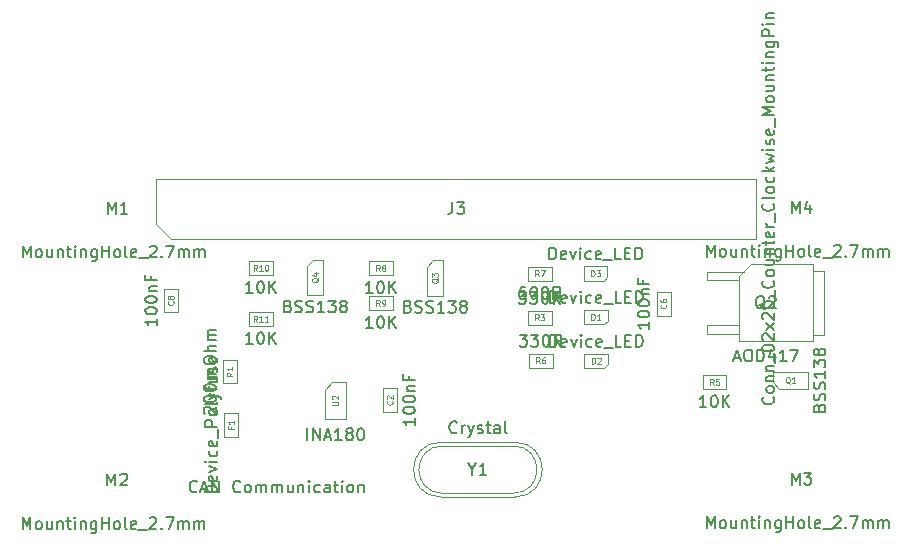
<source format=gbr>
G04 #@! TF.GenerationSoftware,KiCad,Pcbnew,(5.1.4)-1*
G04 #@! TF.CreationDate,2021-07-02T22:09:11-07:00*
G04 #@! TF.ProjectId,RocketPi,526f636b-6574-4506-992e-6b696361645f,rev?*
G04 #@! TF.SameCoordinates,Original*
G04 #@! TF.FileFunction,Other,Fab,Top*
%FSLAX46Y46*%
G04 Gerber Fmt 4.6, Leading zero omitted, Abs format (unit mm)*
G04 Created by KiCad (PCBNEW (5.1.4)-1) date 2021-07-02 22:09:11*
%MOMM*%
%LPD*%
G04 APERTURE LIST*
%ADD10C,0.100000*%
%ADD11C,0.150000*%
%ADD12C,0.080000*%
%ADD13C,0.075000*%
G04 APERTURE END LIST*
D10*
X105622600Y-51806400D02*
X103622600Y-51806400D01*
X105622600Y-50606400D02*
X105622600Y-51806400D01*
X103622600Y-50606400D02*
X105622600Y-50606400D01*
X103622600Y-51806400D02*
X103622600Y-50606400D01*
X103627400Y-54334400D02*
X105627400Y-54334400D01*
X103627400Y-55534400D02*
X103627400Y-54334400D01*
X105627400Y-55534400D02*
X103627400Y-55534400D01*
X105627400Y-54334400D02*
X105627400Y-55534400D01*
X108347000Y-50589000D02*
X108347000Y-51789000D01*
X110347000Y-50589000D02*
X108347000Y-50589000D01*
X110347000Y-51489000D02*
X110347000Y-50589000D01*
X110047000Y-51789000D02*
X110347000Y-51489000D01*
X108347000Y-51789000D02*
X110047000Y-51789000D01*
X108372400Y-54289400D02*
X108372400Y-55489400D01*
X110372400Y-54289400D02*
X108372400Y-54289400D01*
X110372400Y-55189400D02*
X110372400Y-54289400D01*
X110072400Y-55489400D02*
X110372400Y-55189400D01*
X108372400Y-55489400D02*
X110072400Y-55489400D01*
X96388600Y-65792600D02*
G75*
G03X96388600Y-69792600I0J-2000000D01*
G01*
X102388600Y-65792600D02*
G75*
G02X102388600Y-69792600I0J-2000000D01*
G01*
X96263600Y-65467600D02*
G75*
G03X96263600Y-70117600I0J-2325000D01*
G01*
X102513600Y-65467600D02*
G75*
G02X102513600Y-70117600I0J-2325000D01*
G01*
X102388600Y-65792600D02*
X96388600Y-65792600D01*
X102388600Y-69792600D02*
X96388600Y-69792600D01*
X102513600Y-65467600D02*
X96263600Y-65467600D01*
X102513600Y-70117600D02*
X96263600Y-70117600D01*
X88225200Y-60400600D02*
X88225200Y-63500600D01*
X88225200Y-63500600D02*
X86425200Y-63500600D01*
X86425200Y-61050600D02*
X86425200Y-63500600D01*
X88225200Y-60400600D02*
X87075200Y-60400600D01*
X86425200Y-61050600D02*
X87075200Y-60400600D01*
X82014200Y-55641800D02*
X80014200Y-55641800D01*
X82014200Y-54441800D02*
X82014200Y-55641800D01*
X80014200Y-54441800D02*
X82014200Y-54441800D01*
X80014200Y-55641800D02*
X80014200Y-54441800D01*
X82014200Y-51329800D02*
X80014200Y-51329800D01*
X82014200Y-50129800D02*
X82014200Y-51329800D01*
X80014200Y-50129800D02*
X82014200Y-50129800D01*
X80014200Y-51329800D02*
X80014200Y-50129800D01*
X92172000Y-54303200D02*
X90172000Y-54303200D01*
X92172000Y-53103200D02*
X92172000Y-54303200D01*
X90172000Y-53103200D02*
X92172000Y-53103200D01*
X90172000Y-54303200D02*
X90172000Y-53103200D01*
X92172000Y-51353200D02*
X90172000Y-51353200D01*
X92172000Y-50153200D02*
X92172000Y-51353200D01*
X90172000Y-50153200D02*
X92172000Y-50153200D01*
X90172000Y-51353200D02*
X90172000Y-50153200D01*
X103707800Y-57972400D02*
X105707800Y-57972400D01*
X103707800Y-59172400D02*
X103707800Y-57972400D01*
X105707800Y-59172400D02*
X103707800Y-59172400D01*
X105707800Y-57972400D02*
X105707800Y-59172400D01*
X120421800Y-61001200D02*
X118421800Y-61001200D01*
X120421800Y-59801200D02*
X120421800Y-61001200D01*
X118421800Y-59801200D02*
X120421800Y-59801200D01*
X118421800Y-61001200D02*
X118421800Y-59801200D01*
X77784400Y-60503200D02*
X77784400Y-58503200D01*
X78984400Y-60503200D02*
X77784400Y-60503200D01*
X78984400Y-58503200D02*
X78984400Y-60503200D01*
X77784400Y-58503200D02*
X78984400Y-58503200D01*
X84914200Y-53049800D02*
X86314200Y-53049800D01*
X86314200Y-50009800D02*
X86314200Y-53049800D01*
X84914200Y-50579800D02*
X85464200Y-50009800D01*
X85464200Y-50009800D02*
X86314200Y-50009800D01*
X84914200Y-50579800D02*
X84914200Y-53029800D01*
X95072000Y-53073200D02*
X96472000Y-53073200D01*
X96472000Y-50033200D02*
X96472000Y-53073200D01*
X95072000Y-50603200D02*
X95622000Y-50033200D01*
X95622000Y-50033200D02*
X96472000Y-50033200D01*
X95072000Y-50603200D02*
X95072000Y-53053200D01*
X118813200Y-56331200D02*
X121513200Y-56331200D01*
X118813200Y-55581200D02*
X118813200Y-56331200D01*
X121513200Y-55581200D02*
X118813200Y-55581200D01*
X118813200Y-51771200D02*
X121513200Y-51771200D01*
X118813200Y-51021200D02*
X118813200Y-51771200D01*
X121918200Y-51021200D02*
X118813200Y-51021200D01*
X122513200Y-50426200D02*
X127733200Y-50426200D01*
X121513200Y-51426200D02*
X122513200Y-50426200D01*
X121513200Y-56926200D02*
X121513200Y-51426200D01*
X127733200Y-56926200D02*
X121513200Y-56926200D01*
X127733200Y-50426200D02*
X127733200Y-56926200D01*
X128733200Y-56376200D02*
X127733200Y-56376200D01*
X128733200Y-50976200D02*
X128733200Y-56376200D01*
X127733200Y-50976200D02*
X128733200Y-50976200D01*
X127377000Y-60932800D02*
X127377000Y-59532800D01*
X124337000Y-59532800D02*
X127377000Y-59532800D01*
X124907000Y-60932800D02*
X124337000Y-60382800D01*
X124337000Y-60382800D02*
X124337000Y-59532800D01*
X124907000Y-60932800D02*
X127357000Y-60932800D01*
X73431400Y-48234600D02*
X72161400Y-46964600D01*
X122961400Y-48234600D02*
X73431400Y-48234600D01*
X122961400Y-43154600D02*
X122961400Y-48234600D01*
X72161400Y-43154600D02*
X122961400Y-43154600D01*
X72161400Y-46964600D02*
X72161400Y-43154600D01*
X77911400Y-65017000D02*
X77911400Y-63017000D01*
X79111400Y-65017000D02*
X77911400Y-65017000D01*
X79111400Y-63017000D02*
X79111400Y-65017000D01*
X77911400Y-63017000D02*
X79111400Y-63017000D01*
X108403600Y-57985400D02*
X108403600Y-59185400D01*
X110403600Y-57985400D02*
X108403600Y-57985400D01*
X110403600Y-58885400D02*
X110403600Y-57985400D01*
X110103600Y-59185400D02*
X110403600Y-58885400D01*
X108403600Y-59185400D02*
X110103600Y-59185400D01*
X72806000Y-54467000D02*
X72806000Y-52467000D01*
X74006000Y-54467000D02*
X72806000Y-54467000D01*
X74006000Y-52467000D02*
X74006000Y-54467000D01*
X72806000Y-52467000D02*
X74006000Y-52467000D01*
X114512800Y-54746400D02*
X114512800Y-52746400D01*
X115712800Y-54746400D02*
X114512800Y-54746400D01*
X115712800Y-52746400D02*
X115712800Y-54746400D01*
X114512800Y-52746400D02*
X115712800Y-52746400D01*
X92548000Y-60890800D02*
X92548000Y-62890800D01*
X91348000Y-60890800D02*
X92548000Y-60890800D01*
X91348000Y-62890800D02*
X91348000Y-60890800D01*
X92548000Y-62890800D02*
X91348000Y-62890800D01*
D11*
X118776123Y-49770780D02*
X118776123Y-48770780D01*
X119109457Y-49485066D01*
X119442790Y-48770780D01*
X119442790Y-49770780D01*
X120061838Y-49770780D02*
X119966600Y-49723161D01*
X119918980Y-49675542D01*
X119871361Y-49580304D01*
X119871361Y-49294590D01*
X119918980Y-49199352D01*
X119966600Y-49151733D01*
X120061838Y-49104114D01*
X120204695Y-49104114D01*
X120299933Y-49151733D01*
X120347552Y-49199352D01*
X120395171Y-49294590D01*
X120395171Y-49580304D01*
X120347552Y-49675542D01*
X120299933Y-49723161D01*
X120204695Y-49770780D01*
X120061838Y-49770780D01*
X121252314Y-49104114D02*
X121252314Y-49770780D01*
X120823742Y-49104114D02*
X120823742Y-49627923D01*
X120871361Y-49723161D01*
X120966600Y-49770780D01*
X121109457Y-49770780D01*
X121204695Y-49723161D01*
X121252314Y-49675542D01*
X121728504Y-49104114D02*
X121728504Y-49770780D01*
X121728504Y-49199352D02*
X121776123Y-49151733D01*
X121871361Y-49104114D01*
X122014219Y-49104114D01*
X122109457Y-49151733D01*
X122157076Y-49246971D01*
X122157076Y-49770780D01*
X122490409Y-49104114D02*
X122871361Y-49104114D01*
X122633266Y-48770780D02*
X122633266Y-49627923D01*
X122680885Y-49723161D01*
X122776123Y-49770780D01*
X122871361Y-49770780D01*
X123204695Y-49770780D02*
X123204695Y-49104114D01*
X123204695Y-48770780D02*
X123157076Y-48818400D01*
X123204695Y-48866019D01*
X123252314Y-48818400D01*
X123204695Y-48770780D01*
X123204695Y-48866019D01*
X123680885Y-49104114D02*
X123680885Y-49770780D01*
X123680885Y-49199352D02*
X123728504Y-49151733D01*
X123823742Y-49104114D01*
X123966600Y-49104114D01*
X124061838Y-49151733D01*
X124109457Y-49246971D01*
X124109457Y-49770780D01*
X125014219Y-49104114D02*
X125014219Y-49913638D01*
X124966600Y-50008876D01*
X124918980Y-50056495D01*
X124823742Y-50104114D01*
X124680885Y-50104114D01*
X124585647Y-50056495D01*
X125014219Y-49723161D02*
X124918980Y-49770780D01*
X124728504Y-49770780D01*
X124633266Y-49723161D01*
X124585647Y-49675542D01*
X124538028Y-49580304D01*
X124538028Y-49294590D01*
X124585647Y-49199352D01*
X124633266Y-49151733D01*
X124728504Y-49104114D01*
X124918980Y-49104114D01*
X125014219Y-49151733D01*
X125490409Y-49770780D02*
X125490409Y-48770780D01*
X125490409Y-49246971D02*
X126061838Y-49246971D01*
X126061838Y-49770780D02*
X126061838Y-48770780D01*
X126680885Y-49770780D02*
X126585647Y-49723161D01*
X126538028Y-49675542D01*
X126490409Y-49580304D01*
X126490409Y-49294590D01*
X126538028Y-49199352D01*
X126585647Y-49151733D01*
X126680885Y-49104114D01*
X126823742Y-49104114D01*
X126918980Y-49151733D01*
X126966600Y-49199352D01*
X127014219Y-49294590D01*
X127014219Y-49580304D01*
X126966600Y-49675542D01*
X126918980Y-49723161D01*
X126823742Y-49770780D01*
X126680885Y-49770780D01*
X127585647Y-49770780D02*
X127490409Y-49723161D01*
X127442790Y-49627923D01*
X127442790Y-48770780D01*
X128347552Y-49723161D02*
X128252314Y-49770780D01*
X128061838Y-49770780D01*
X127966600Y-49723161D01*
X127918980Y-49627923D01*
X127918980Y-49246971D01*
X127966600Y-49151733D01*
X128061838Y-49104114D01*
X128252314Y-49104114D01*
X128347552Y-49151733D01*
X128395171Y-49246971D01*
X128395171Y-49342209D01*
X127918980Y-49437447D01*
X128585647Y-49866019D02*
X129347552Y-49866019D01*
X129538028Y-48866019D02*
X129585647Y-48818400D01*
X129680885Y-48770780D01*
X129918980Y-48770780D01*
X130014219Y-48818400D01*
X130061838Y-48866019D01*
X130109457Y-48961257D01*
X130109457Y-49056495D01*
X130061838Y-49199352D01*
X129490409Y-49770780D01*
X130109457Y-49770780D01*
X130538028Y-49675542D02*
X130585647Y-49723161D01*
X130538028Y-49770780D01*
X130490409Y-49723161D01*
X130538028Y-49675542D01*
X130538028Y-49770780D01*
X130918980Y-48770780D02*
X131585647Y-48770780D01*
X131157076Y-49770780D01*
X131966599Y-49770780D02*
X131966599Y-49104114D01*
X131966599Y-49199352D02*
X132014219Y-49151733D01*
X132109457Y-49104114D01*
X132252314Y-49104114D01*
X132347552Y-49151733D01*
X132395171Y-49246971D01*
X132395171Y-49770780D01*
X132395171Y-49246971D02*
X132442790Y-49151733D01*
X132538028Y-49104114D01*
X132680885Y-49104114D01*
X132776123Y-49151733D01*
X132823742Y-49246971D01*
X132823742Y-49770780D01*
X133299933Y-49770780D02*
X133299933Y-49104114D01*
X133299933Y-49199352D02*
X133347552Y-49151733D01*
X133442790Y-49104114D01*
X133585647Y-49104114D01*
X133680885Y-49151733D01*
X133728504Y-49246971D01*
X133728504Y-49770780D01*
X133728504Y-49246971D02*
X133776123Y-49151733D01*
X133871361Y-49104114D01*
X134014219Y-49104114D01*
X134109457Y-49151733D01*
X134157076Y-49246971D01*
X134157076Y-49770780D01*
X125957076Y-46070780D02*
X125957076Y-45070780D01*
X126290409Y-45785066D01*
X126623742Y-45070780D01*
X126623742Y-46070780D01*
X127528504Y-45404114D02*
X127528504Y-46070780D01*
X127290409Y-45023161D02*
X127052314Y-45737447D01*
X127671361Y-45737447D01*
X118776123Y-72757780D02*
X118776123Y-71757780D01*
X119109457Y-72472066D01*
X119442790Y-71757780D01*
X119442790Y-72757780D01*
X120061838Y-72757780D02*
X119966600Y-72710161D01*
X119918980Y-72662542D01*
X119871361Y-72567304D01*
X119871361Y-72281590D01*
X119918980Y-72186352D01*
X119966600Y-72138733D01*
X120061838Y-72091114D01*
X120204695Y-72091114D01*
X120299933Y-72138733D01*
X120347552Y-72186352D01*
X120395171Y-72281590D01*
X120395171Y-72567304D01*
X120347552Y-72662542D01*
X120299933Y-72710161D01*
X120204695Y-72757780D01*
X120061838Y-72757780D01*
X121252314Y-72091114D02*
X121252314Y-72757780D01*
X120823742Y-72091114D02*
X120823742Y-72614923D01*
X120871361Y-72710161D01*
X120966600Y-72757780D01*
X121109457Y-72757780D01*
X121204695Y-72710161D01*
X121252314Y-72662542D01*
X121728504Y-72091114D02*
X121728504Y-72757780D01*
X121728504Y-72186352D02*
X121776123Y-72138733D01*
X121871361Y-72091114D01*
X122014219Y-72091114D01*
X122109457Y-72138733D01*
X122157076Y-72233971D01*
X122157076Y-72757780D01*
X122490409Y-72091114D02*
X122871361Y-72091114D01*
X122633266Y-71757780D02*
X122633266Y-72614923D01*
X122680885Y-72710161D01*
X122776123Y-72757780D01*
X122871361Y-72757780D01*
X123204695Y-72757780D02*
X123204695Y-72091114D01*
X123204695Y-71757780D02*
X123157076Y-71805400D01*
X123204695Y-71853019D01*
X123252314Y-71805400D01*
X123204695Y-71757780D01*
X123204695Y-71853019D01*
X123680885Y-72091114D02*
X123680885Y-72757780D01*
X123680885Y-72186352D02*
X123728504Y-72138733D01*
X123823742Y-72091114D01*
X123966600Y-72091114D01*
X124061838Y-72138733D01*
X124109457Y-72233971D01*
X124109457Y-72757780D01*
X125014219Y-72091114D02*
X125014219Y-72900638D01*
X124966600Y-72995876D01*
X124918980Y-73043495D01*
X124823742Y-73091114D01*
X124680885Y-73091114D01*
X124585647Y-73043495D01*
X125014219Y-72710161D02*
X124918980Y-72757780D01*
X124728504Y-72757780D01*
X124633266Y-72710161D01*
X124585647Y-72662542D01*
X124538028Y-72567304D01*
X124538028Y-72281590D01*
X124585647Y-72186352D01*
X124633266Y-72138733D01*
X124728504Y-72091114D01*
X124918980Y-72091114D01*
X125014219Y-72138733D01*
X125490409Y-72757780D02*
X125490409Y-71757780D01*
X125490409Y-72233971D02*
X126061838Y-72233971D01*
X126061838Y-72757780D02*
X126061838Y-71757780D01*
X126680885Y-72757780D02*
X126585647Y-72710161D01*
X126538028Y-72662542D01*
X126490409Y-72567304D01*
X126490409Y-72281590D01*
X126538028Y-72186352D01*
X126585647Y-72138733D01*
X126680885Y-72091114D01*
X126823742Y-72091114D01*
X126918980Y-72138733D01*
X126966600Y-72186352D01*
X127014219Y-72281590D01*
X127014219Y-72567304D01*
X126966600Y-72662542D01*
X126918980Y-72710161D01*
X126823742Y-72757780D01*
X126680885Y-72757780D01*
X127585647Y-72757780D02*
X127490409Y-72710161D01*
X127442790Y-72614923D01*
X127442790Y-71757780D01*
X128347552Y-72710161D02*
X128252314Y-72757780D01*
X128061838Y-72757780D01*
X127966600Y-72710161D01*
X127918980Y-72614923D01*
X127918980Y-72233971D01*
X127966600Y-72138733D01*
X128061838Y-72091114D01*
X128252314Y-72091114D01*
X128347552Y-72138733D01*
X128395171Y-72233971D01*
X128395171Y-72329209D01*
X127918980Y-72424447D01*
X128585647Y-72853019D02*
X129347552Y-72853019D01*
X129538028Y-71853019D02*
X129585647Y-71805400D01*
X129680885Y-71757780D01*
X129918980Y-71757780D01*
X130014219Y-71805400D01*
X130061838Y-71853019D01*
X130109457Y-71948257D01*
X130109457Y-72043495D01*
X130061838Y-72186352D01*
X129490409Y-72757780D01*
X130109457Y-72757780D01*
X130538028Y-72662542D02*
X130585647Y-72710161D01*
X130538028Y-72757780D01*
X130490409Y-72710161D01*
X130538028Y-72662542D01*
X130538028Y-72757780D01*
X130918980Y-71757780D02*
X131585647Y-71757780D01*
X131157076Y-72757780D01*
X131966599Y-72757780D02*
X131966599Y-72091114D01*
X131966599Y-72186352D02*
X132014219Y-72138733D01*
X132109457Y-72091114D01*
X132252314Y-72091114D01*
X132347552Y-72138733D01*
X132395171Y-72233971D01*
X132395171Y-72757780D01*
X132395171Y-72233971D02*
X132442790Y-72138733D01*
X132538028Y-72091114D01*
X132680885Y-72091114D01*
X132776123Y-72138733D01*
X132823742Y-72233971D01*
X132823742Y-72757780D01*
X133299933Y-72757780D02*
X133299933Y-72091114D01*
X133299933Y-72186352D02*
X133347552Y-72138733D01*
X133442790Y-72091114D01*
X133585647Y-72091114D01*
X133680885Y-72138733D01*
X133728504Y-72233971D01*
X133728504Y-72757780D01*
X133728504Y-72233971D02*
X133776123Y-72138733D01*
X133871361Y-72091114D01*
X134014219Y-72091114D01*
X134109457Y-72138733D01*
X134157076Y-72233971D01*
X134157076Y-72757780D01*
X125957076Y-69057780D02*
X125957076Y-68057780D01*
X126290409Y-68772066D01*
X126623742Y-68057780D01*
X126623742Y-69057780D01*
X127004695Y-68057780D02*
X127623742Y-68057780D01*
X127290409Y-68438733D01*
X127433266Y-68438733D01*
X127528504Y-68486352D01*
X127576123Y-68533971D01*
X127623742Y-68629209D01*
X127623742Y-68867304D01*
X127576123Y-68962542D01*
X127528504Y-69010161D01*
X127433266Y-69057780D01*
X127147552Y-69057780D01*
X127052314Y-69010161D01*
X127004695Y-68962542D01*
X60838723Y-72833980D02*
X60838723Y-71833980D01*
X61172057Y-72548266D01*
X61505390Y-71833980D01*
X61505390Y-72833980D01*
X62124438Y-72833980D02*
X62029199Y-72786361D01*
X61981580Y-72738742D01*
X61933961Y-72643504D01*
X61933961Y-72357790D01*
X61981580Y-72262552D01*
X62029199Y-72214933D01*
X62124438Y-72167314D01*
X62267295Y-72167314D01*
X62362533Y-72214933D01*
X62410152Y-72262552D01*
X62457771Y-72357790D01*
X62457771Y-72643504D01*
X62410152Y-72738742D01*
X62362533Y-72786361D01*
X62267295Y-72833980D01*
X62124438Y-72833980D01*
X63314914Y-72167314D02*
X63314914Y-72833980D01*
X62886342Y-72167314D02*
X62886342Y-72691123D01*
X62933961Y-72786361D01*
X63029199Y-72833980D01*
X63172057Y-72833980D01*
X63267295Y-72786361D01*
X63314914Y-72738742D01*
X63791104Y-72167314D02*
X63791104Y-72833980D01*
X63791104Y-72262552D02*
X63838723Y-72214933D01*
X63933961Y-72167314D01*
X64076819Y-72167314D01*
X64172057Y-72214933D01*
X64219676Y-72310171D01*
X64219676Y-72833980D01*
X64553009Y-72167314D02*
X64933961Y-72167314D01*
X64695866Y-71833980D02*
X64695866Y-72691123D01*
X64743485Y-72786361D01*
X64838723Y-72833980D01*
X64933961Y-72833980D01*
X65267295Y-72833980D02*
X65267295Y-72167314D01*
X65267295Y-71833980D02*
X65219676Y-71881600D01*
X65267295Y-71929219D01*
X65314914Y-71881600D01*
X65267295Y-71833980D01*
X65267295Y-71929219D01*
X65743485Y-72167314D02*
X65743485Y-72833980D01*
X65743485Y-72262552D02*
X65791104Y-72214933D01*
X65886342Y-72167314D01*
X66029199Y-72167314D01*
X66124438Y-72214933D01*
X66172057Y-72310171D01*
X66172057Y-72833980D01*
X67076819Y-72167314D02*
X67076819Y-72976838D01*
X67029199Y-73072076D01*
X66981580Y-73119695D01*
X66886342Y-73167314D01*
X66743485Y-73167314D01*
X66648247Y-73119695D01*
X67076819Y-72786361D02*
X66981580Y-72833980D01*
X66791104Y-72833980D01*
X66695866Y-72786361D01*
X66648247Y-72738742D01*
X66600628Y-72643504D01*
X66600628Y-72357790D01*
X66648247Y-72262552D01*
X66695866Y-72214933D01*
X66791104Y-72167314D01*
X66981580Y-72167314D01*
X67076819Y-72214933D01*
X67553009Y-72833980D02*
X67553009Y-71833980D01*
X67553009Y-72310171D02*
X68124438Y-72310171D01*
X68124438Y-72833980D02*
X68124438Y-71833980D01*
X68743485Y-72833980D02*
X68648247Y-72786361D01*
X68600628Y-72738742D01*
X68553009Y-72643504D01*
X68553009Y-72357790D01*
X68600628Y-72262552D01*
X68648247Y-72214933D01*
X68743485Y-72167314D01*
X68886342Y-72167314D01*
X68981580Y-72214933D01*
X69029200Y-72262552D01*
X69076819Y-72357790D01*
X69076819Y-72643504D01*
X69029200Y-72738742D01*
X68981580Y-72786361D01*
X68886342Y-72833980D01*
X68743485Y-72833980D01*
X69648247Y-72833980D02*
X69553009Y-72786361D01*
X69505390Y-72691123D01*
X69505390Y-71833980D01*
X70410152Y-72786361D02*
X70314914Y-72833980D01*
X70124438Y-72833980D01*
X70029200Y-72786361D01*
X69981580Y-72691123D01*
X69981580Y-72310171D01*
X70029200Y-72214933D01*
X70124438Y-72167314D01*
X70314914Y-72167314D01*
X70410152Y-72214933D01*
X70457771Y-72310171D01*
X70457771Y-72405409D01*
X69981580Y-72500647D01*
X70648247Y-72929219D02*
X71410152Y-72929219D01*
X71600628Y-71929219D02*
X71648247Y-71881600D01*
X71743485Y-71833980D01*
X71981580Y-71833980D01*
X72076819Y-71881600D01*
X72124438Y-71929219D01*
X72172057Y-72024457D01*
X72172057Y-72119695D01*
X72124438Y-72262552D01*
X71553009Y-72833980D01*
X72172057Y-72833980D01*
X72600628Y-72738742D02*
X72648247Y-72786361D01*
X72600628Y-72833980D01*
X72553009Y-72786361D01*
X72600628Y-72738742D01*
X72600628Y-72833980D01*
X72981580Y-71833980D02*
X73648247Y-71833980D01*
X73219676Y-72833980D01*
X74029199Y-72833980D02*
X74029199Y-72167314D01*
X74029199Y-72262552D02*
X74076819Y-72214933D01*
X74172057Y-72167314D01*
X74314914Y-72167314D01*
X74410152Y-72214933D01*
X74457771Y-72310171D01*
X74457771Y-72833980D01*
X74457771Y-72310171D02*
X74505390Y-72214933D01*
X74600628Y-72167314D01*
X74743485Y-72167314D01*
X74838723Y-72214933D01*
X74886342Y-72310171D01*
X74886342Y-72833980D01*
X75362533Y-72833980D02*
X75362533Y-72167314D01*
X75362533Y-72262552D02*
X75410152Y-72214933D01*
X75505390Y-72167314D01*
X75648247Y-72167314D01*
X75743485Y-72214933D01*
X75791104Y-72310171D01*
X75791104Y-72833980D01*
X75791104Y-72310171D02*
X75838723Y-72214933D01*
X75933961Y-72167314D01*
X76076819Y-72167314D01*
X76172057Y-72214933D01*
X76219676Y-72310171D01*
X76219676Y-72833980D01*
X68019676Y-69133980D02*
X68019676Y-68133980D01*
X68353009Y-68848266D01*
X68686342Y-68133980D01*
X68686342Y-69133980D01*
X69114914Y-68229219D02*
X69162533Y-68181600D01*
X69257771Y-68133980D01*
X69495866Y-68133980D01*
X69591104Y-68181600D01*
X69638723Y-68229219D01*
X69686342Y-68324457D01*
X69686342Y-68419695D01*
X69638723Y-68562552D01*
X69067295Y-69133980D01*
X69686342Y-69133980D01*
X60864123Y-49821580D02*
X60864123Y-48821580D01*
X61197457Y-49535866D01*
X61530790Y-48821580D01*
X61530790Y-49821580D01*
X62149838Y-49821580D02*
X62054599Y-49773961D01*
X62006980Y-49726342D01*
X61959361Y-49631104D01*
X61959361Y-49345390D01*
X62006980Y-49250152D01*
X62054599Y-49202533D01*
X62149838Y-49154914D01*
X62292695Y-49154914D01*
X62387933Y-49202533D01*
X62435552Y-49250152D01*
X62483171Y-49345390D01*
X62483171Y-49631104D01*
X62435552Y-49726342D01*
X62387933Y-49773961D01*
X62292695Y-49821580D01*
X62149838Y-49821580D01*
X63340314Y-49154914D02*
X63340314Y-49821580D01*
X62911742Y-49154914D02*
X62911742Y-49678723D01*
X62959361Y-49773961D01*
X63054599Y-49821580D01*
X63197457Y-49821580D01*
X63292695Y-49773961D01*
X63340314Y-49726342D01*
X63816504Y-49154914D02*
X63816504Y-49821580D01*
X63816504Y-49250152D02*
X63864123Y-49202533D01*
X63959361Y-49154914D01*
X64102219Y-49154914D01*
X64197457Y-49202533D01*
X64245076Y-49297771D01*
X64245076Y-49821580D01*
X64578409Y-49154914D02*
X64959361Y-49154914D01*
X64721266Y-48821580D02*
X64721266Y-49678723D01*
X64768885Y-49773961D01*
X64864123Y-49821580D01*
X64959361Y-49821580D01*
X65292695Y-49821580D02*
X65292695Y-49154914D01*
X65292695Y-48821580D02*
X65245076Y-48869200D01*
X65292695Y-48916819D01*
X65340314Y-48869200D01*
X65292695Y-48821580D01*
X65292695Y-48916819D01*
X65768885Y-49154914D02*
X65768885Y-49821580D01*
X65768885Y-49250152D02*
X65816504Y-49202533D01*
X65911742Y-49154914D01*
X66054599Y-49154914D01*
X66149838Y-49202533D01*
X66197457Y-49297771D01*
X66197457Y-49821580D01*
X67102219Y-49154914D02*
X67102219Y-49964438D01*
X67054599Y-50059676D01*
X67006980Y-50107295D01*
X66911742Y-50154914D01*
X66768885Y-50154914D01*
X66673647Y-50107295D01*
X67102219Y-49773961D02*
X67006980Y-49821580D01*
X66816504Y-49821580D01*
X66721266Y-49773961D01*
X66673647Y-49726342D01*
X66626028Y-49631104D01*
X66626028Y-49345390D01*
X66673647Y-49250152D01*
X66721266Y-49202533D01*
X66816504Y-49154914D01*
X67006980Y-49154914D01*
X67102219Y-49202533D01*
X67578409Y-49821580D02*
X67578409Y-48821580D01*
X67578409Y-49297771D02*
X68149838Y-49297771D01*
X68149838Y-49821580D02*
X68149838Y-48821580D01*
X68768885Y-49821580D02*
X68673647Y-49773961D01*
X68626028Y-49726342D01*
X68578409Y-49631104D01*
X68578409Y-49345390D01*
X68626028Y-49250152D01*
X68673647Y-49202533D01*
X68768885Y-49154914D01*
X68911742Y-49154914D01*
X69006980Y-49202533D01*
X69054600Y-49250152D01*
X69102219Y-49345390D01*
X69102219Y-49631104D01*
X69054600Y-49726342D01*
X69006980Y-49773961D01*
X68911742Y-49821580D01*
X68768885Y-49821580D01*
X69673647Y-49821580D02*
X69578409Y-49773961D01*
X69530790Y-49678723D01*
X69530790Y-48821580D01*
X70435552Y-49773961D02*
X70340314Y-49821580D01*
X70149838Y-49821580D01*
X70054600Y-49773961D01*
X70006980Y-49678723D01*
X70006980Y-49297771D01*
X70054600Y-49202533D01*
X70149838Y-49154914D01*
X70340314Y-49154914D01*
X70435552Y-49202533D01*
X70483171Y-49297771D01*
X70483171Y-49393009D01*
X70006980Y-49488247D01*
X70673647Y-49916819D02*
X71435552Y-49916819D01*
X71626028Y-48916819D02*
X71673647Y-48869200D01*
X71768885Y-48821580D01*
X72006980Y-48821580D01*
X72102219Y-48869200D01*
X72149838Y-48916819D01*
X72197457Y-49012057D01*
X72197457Y-49107295D01*
X72149838Y-49250152D01*
X71578409Y-49821580D01*
X72197457Y-49821580D01*
X72626028Y-49726342D02*
X72673647Y-49773961D01*
X72626028Y-49821580D01*
X72578409Y-49773961D01*
X72626028Y-49726342D01*
X72626028Y-49821580D01*
X73006980Y-48821580D02*
X73673647Y-48821580D01*
X73245076Y-49821580D01*
X74054599Y-49821580D02*
X74054599Y-49154914D01*
X74054599Y-49250152D02*
X74102219Y-49202533D01*
X74197457Y-49154914D01*
X74340314Y-49154914D01*
X74435552Y-49202533D01*
X74483171Y-49297771D01*
X74483171Y-49821580D01*
X74483171Y-49297771D02*
X74530790Y-49202533D01*
X74626028Y-49154914D01*
X74768885Y-49154914D01*
X74864123Y-49202533D01*
X74911742Y-49297771D01*
X74911742Y-49821580D01*
X75387933Y-49821580D02*
X75387933Y-49154914D01*
X75387933Y-49250152D02*
X75435552Y-49202533D01*
X75530790Y-49154914D01*
X75673647Y-49154914D01*
X75768885Y-49202533D01*
X75816504Y-49297771D01*
X75816504Y-49821580D01*
X75816504Y-49297771D02*
X75864123Y-49202533D01*
X75959361Y-49154914D01*
X76102219Y-49154914D01*
X76197457Y-49202533D01*
X76245076Y-49297771D01*
X76245076Y-49821580D01*
X68045076Y-46121580D02*
X68045076Y-45121580D01*
X68378409Y-45835866D01*
X68711742Y-45121580D01*
X68711742Y-46121580D01*
X69711742Y-46121580D02*
X69140314Y-46121580D01*
X69426028Y-46121580D02*
X69426028Y-45121580D01*
X69330790Y-45264438D01*
X69235552Y-45359676D01*
X69140314Y-45407295D01*
X103360695Y-52308780D02*
X103170219Y-52308780D01*
X103074980Y-52356400D01*
X103027361Y-52404019D01*
X102932123Y-52546876D01*
X102884504Y-52737352D01*
X102884504Y-53118304D01*
X102932123Y-53213542D01*
X102979742Y-53261161D01*
X103074980Y-53308780D01*
X103265457Y-53308780D01*
X103360695Y-53261161D01*
X103408314Y-53213542D01*
X103455933Y-53118304D01*
X103455933Y-52880209D01*
X103408314Y-52784971D01*
X103360695Y-52737352D01*
X103265457Y-52689733D01*
X103074980Y-52689733D01*
X102979742Y-52737352D01*
X102932123Y-52784971D01*
X102884504Y-52880209D01*
X104074980Y-52308780D02*
X104170219Y-52308780D01*
X104265457Y-52356400D01*
X104313076Y-52404019D01*
X104360695Y-52499257D01*
X104408314Y-52689733D01*
X104408314Y-52927828D01*
X104360695Y-53118304D01*
X104313076Y-53213542D01*
X104265457Y-53261161D01*
X104170219Y-53308780D01*
X104074980Y-53308780D01*
X103979742Y-53261161D01*
X103932123Y-53213542D01*
X103884504Y-53118304D01*
X103836885Y-52927828D01*
X103836885Y-52689733D01*
X103884504Y-52499257D01*
X103932123Y-52404019D01*
X103979742Y-52356400D01*
X104074980Y-52308780D01*
X105027361Y-52308780D02*
X105122600Y-52308780D01*
X105217838Y-52356400D01*
X105265457Y-52404019D01*
X105313076Y-52499257D01*
X105360695Y-52689733D01*
X105360695Y-52927828D01*
X105313076Y-53118304D01*
X105265457Y-53213542D01*
X105217838Y-53261161D01*
X105122600Y-53308780D01*
X105027361Y-53308780D01*
X104932123Y-53261161D01*
X104884504Y-53213542D01*
X104836885Y-53118304D01*
X104789266Y-52927828D01*
X104789266Y-52689733D01*
X104836885Y-52499257D01*
X104884504Y-52404019D01*
X104932123Y-52356400D01*
X105027361Y-52308780D01*
X106360695Y-53308780D02*
X106027361Y-52832590D01*
X105789266Y-53308780D02*
X105789266Y-52308780D01*
X106170219Y-52308780D01*
X106265457Y-52356400D01*
X106313076Y-52404019D01*
X106360695Y-52499257D01*
X106360695Y-52642114D01*
X106313076Y-52737352D01*
X106265457Y-52784971D01*
X106170219Y-52832590D01*
X105789266Y-52832590D01*
D12*
X104539266Y-51432590D02*
X104372600Y-51194495D01*
X104253552Y-51432590D02*
X104253552Y-50932590D01*
X104444028Y-50932590D01*
X104491647Y-50956400D01*
X104515457Y-50980209D01*
X104539266Y-51027828D01*
X104539266Y-51099257D01*
X104515457Y-51146876D01*
X104491647Y-51170685D01*
X104444028Y-51194495D01*
X104253552Y-51194495D01*
X104705933Y-50932590D02*
X105039266Y-50932590D01*
X104824980Y-51432590D01*
D11*
X102841685Y-52736780D02*
X103460733Y-52736780D01*
X103127400Y-53117733D01*
X103270257Y-53117733D01*
X103365495Y-53165352D01*
X103413114Y-53212971D01*
X103460733Y-53308209D01*
X103460733Y-53546304D01*
X103413114Y-53641542D01*
X103365495Y-53689161D01*
X103270257Y-53736780D01*
X102984542Y-53736780D01*
X102889304Y-53689161D01*
X102841685Y-53641542D01*
X103794066Y-52736780D02*
X104413114Y-52736780D01*
X104079780Y-53117733D01*
X104222638Y-53117733D01*
X104317876Y-53165352D01*
X104365495Y-53212971D01*
X104413114Y-53308209D01*
X104413114Y-53546304D01*
X104365495Y-53641542D01*
X104317876Y-53689161D01*
X104222638Y-53736780D01*
X103936923Y-53736780D01*
X103841685Y-53689161D01*
X103794066Y-53641542D01*
X105032161Y-52736780D02*
X105127400Y-52736780D01*
X105222638Y-52784400D01*
X105270257Y-52832019D01*
X105317876Y-52927257D01*
X105365495Y-53117733D01*
X105365495Y-53355828D01*
X105317876Y-53546304D01*
X105270257Y-53641542D01*
X105222638Y-53689161D01*
X105127400Y-53736780D01*
X105032161Y-53736780D01*
X104936923Y-53689161D01*
X104889304Y-53641542D01*
X104841685Y-53546304D01*
X104794066Y-53355828D01*
X104794066Y-53117733D01*
X104841685Y-52927257D01*
X104889304Y-52832019D01*
X104936923Y-52784400D01*
X105032161Y-52736780D01*
X106365495Y-53736780D02*
X106032161Y-53260590D01*
X105794066Y-53736780D02*
X105794066Y-52736780D01*
X106175019Y-52736780D01*
X106270257Y-52784400D01*
X106317876Y-52832019D01*
X106365495Y-52927257D01*
X106365495Y-53070114D01*
X106317876Y-53165352D01*
X106270257Y-53212971D01*
X106175019Y-53260590D01*
X105794066Y-53260590D01*
D12*
X104544066Y-55160590D02*
X104377400Y-54922495D01*
X104258352Y-55160590D02*
X104258352Y-54660590D01*
X104448828Y-54660590D01*
X104496447Y-54684400D01*
X104520257Y-54708209D01*
X104544066Y-54755828D01*
X104544066Y-54827257D01*
X104520257Y-54874876D01*
X104496447Y-54898685D01*
X104448828Y-54922495D01*
X104258352Y-54922495D01*
X104710733Y-54660590D02*
X105020257Y-54660590D01*
X104853590Y-54851066D01*
X104925019Y-54851066D01*
X104972638Y-54874876D01*
X104996447Y-54898685D01*
X105020257Y-54946304D01*
X105020257Y-55065352D01*
X104996447Y-55112971D01*
X104972638Y-55136780D01*
X104925019Y-55160590D01*
X104782161Y-55160590D01*
X104734542Y-55136780D01*
X104710733Y-55112971D01*
D11*
X105442238Y-49991380D02*
X105442238Y-48991380D01*
X105680333Y-48991380D01*
X105823190Y-49039000D01*
X105918428Y-49134238D01*
X105966047Y-49229476D01*
X106013666Y-49419952D01*
X106013666Y-49562809D01*
X105966047Y-49753285D01*
X105918428Y-49848523D01*
X105823190Y-49943761D01*
X105680333Y-49991380D01*
X105442238Y-49991380D01*
X106823190Y-49943761D02*
X106727952Y-49991380D01*
X106537476Y-49991380D01*
X106442238Y-49943761D01*
X106394619Y-49848523D01*
X106394619Y-49467571D01*
X106442238Y-49372333D01*
X106537476Y-49324714D01*
X106727952Y-49324714D01*
X106823190Y-49372333D01*
X106870809Y-49467571D01*
X106870809Y-49562809D01*
X106394619Y-49658047D01*
X107204142Y-49324714D02*
X107442238Y-49991380D01*
X107680333Y-49324714D01*
X108061285Y-49991380D02*
X108061285Y-49324714D01*
X108061285Y-48991380D02*
X108013666Y-49039000D01*
X108061285Y-49086619D01*
X108108904Y-49039000D01*
X108061285Y-48991380D01*
X108061285Y-49086619D01*
X108966047Y-49943761D02*
X108870809Y-49991380D01*
X108680333Y-49991380D01*
X108585095Y-49943761D01*
X108537476Y-49896142D01*
X108489857Y-49800904D01*
X108489857Y-49515190D01*
X108537476Y-49419952D01*
X108585095Y-49372333D01*
X108680333Y-49324714D01*
X108870809Y-49324714D01*
X108966047Y-49372333D01*
X109775571Y-49943761D02*
X109680333Y-49991380D01*
X109489857Y-49991380D01*
X109394619Y-49943761D01*
X109347000Y-49848523D01*
X109347000Y-49467571D01*
X109394619Y-49372333D01*
X109489857Y-49324714D01*
X109680333Y-49324714D01*
X109775571Y-49372333D01*
X109823190Y-49467571D01*
X109823190Y-49562809D01*
X109347000Y-49658047D01*
X110013666Y-50086619D02*
X110775571Y-50086619D01*
X111489857Y-49991380D02*
X111013666Y-49991380D01*
X111013666Y-48991380D01*
X111823190Y-49467571D02*
X112156523Y-49467571D01*
X112299380Y-49991380D02*
X111823190Y-49991380D01*
X111823190Y-48991380D01*
X112299380Y-48991380D01*
X112727952Y-49991380D02*
X112727952Y-48991380D01*
X112966047Y-48991380D01*
X113108904Y-49039000D01*
X113204142Y-49134238D01*
X113251761Y-49229476D01*
X113299380Y-49419952D01*
X113299380Y-49562809D01*
X113251761Y-49753285D01*
X113204142Y-49848523D01*
X113108904Y-49943761D01*
X112966047Y-49991380D01*
X112727952Y-49991380D01*
D12*
X108977952Y-51415190D02*
X108977952Y-50915190D01*
X109097000Y-50915190D01*
X109168428Y-50939000D01*
X109216047Y-50986619D01*
X109239857Y-51034238D01*
X109263666Y-51129476D01*
X109263666Y-51200904D01*
X109239857Y-51296142D01*
X109216047Y-51343761D01*
X109168428Y-51391380D01*
X109097000Y-51415190D01*
X108977952Y-51415190D01*
X109430333Y-50915190D02*
X109739857Y-50915190D01*
X109573190Y-51105666D01*
X109644619Y-51105666D01*
X109692238Y-51129476D01*
X109716047Y-51153285D01*
X109739857Y-51200904D01*
X109739857Y-51319952D01*
X109716047Y-51367571D01*
X109692238Y-51391380D01*
X109644619Y-51415190D01*
X109501761Y-51415190D01*
X109454142Y-51391380D01*
X109430333Y-51367571D01*
D11*
X105467638Y-53691780D02*
X105467638Y-52691780D01*
X105705733Y-52691780D01*
X105848590Y-52739400D01*
X105943828Y-52834638D01*
X105991447Y-52929876D01*
X106039066Y-53120352D01*
X106039066Y-53263209D01*
X105991447Y-53453685D01*
X105943828Y-53548923D01*
X105848590Y-53644161D01*
X105705733Y-53691780D01*
X105467638Y-53691780D01*
X106848590Y-53644161D02*
X106753352Y-53691780D01*
X106562876Y-53691780D01*
X106467638Y-53644161D01*
X106420019Y-53548923D01*
X106420019Y-53167971D01*
X106467638Y-53072733D01*
X106562876Y-53025114D01*
X106753352Y-53025114D01*
X106848590Y-53072733D01*
X106896209Y-53167971D01*
X106896209Y-53263209D01*
X106420019Y-53358447D01*
X107229542Y-53025114D02*
X107467638Y-53691780D01*
X107705733Y-53025114D01*
X108086685Y-53691780D02*
X108086685Y-53025114D01*
X108086685Y-52691780D02*
X108039066Y-52739400D01*
X108086685Y-52787019D01*
X108134304Y-52739400D01*
X108086685Y-52691780D01*
X108086685Y-52787019D01*
X108991447Y-53644161D02*
X108896209Y-53691780D01*
X108705733Y-53691780D01*
X108610495Y-53644161D01*
X108562876Y-53596542D01*
X108515257Y-53501304D01*
X108515257Y-53215590D01*
X108562876Y-53120352D01*
X108610495Y-53072733D01*
X108705733Y-53025114D01*
X108896209Y-53025114D01*
X108991447Y-53072733D01*
X109800971Y-53644161D02*
X109705733Y-53691780D01*
X109515257Y-53691780D01*
X109420019Y-53644161D01*
X109372400Y-53548923D01*
X109372400Y-53167971D01*
X109420019Y-53072733D01*
X109515257Y-53025114D01*
X109705733Y-53025114D01*
X109800971Y-53072733D01*
X109848590Y-53167971D01*
X109848590Y-53263209D01*
X109372400Y-53358447D01*
X110039066Y-53787019D02*
X110800971Y-53787019D01*
X111515257Y-53691780D02*
X111039066Y-53691780D01*
X111039066Y-52691780D01*
X111848590Y-53167971D02*
X112181923Y-53167971D01*
X112324780Y-53691780D02*
X111848590Y-53691780D01*
X111848590Y-52691780D01*
X112324780Y-52691780D01*
X112753352Y-53691780D02*
X112753352Y-52691780D01*
X112991447Y-52691780D01*
X113134304Y-52739400D01*
X113229542Y-52834638D01*
X113277161Y-52929876D01*
X113324780Y-53120352D01*
X113324780Y-53263209D01*
X113277161Y-53453685D01*
X113229542Y-53548923D01*
X113134304Y-53644161D01*
X112991447Y-53691780D01*
X112753352Y-53691780D01*
D12*
X109003352Y-55115590D02*
X109003352Y-54615590D01*
X109122400Y-54615590D01*
X109193828Y-54639400D01*
X109241447Y-54687019D01*
X109265257Y-54734638D01*
X109289066Y-54829876D01*
X109289066Y-54901304D01*
X109265257Y-54996542D01*
X109241447Y-55044161D01*
X109193828Y-55091780D01*
X109122400Y-55115590D01*
X109003352Y-55115590D01*
X109765257Y-55115590D02*
X109479542Y-55115590D01*
X109622400Y-55115590D02*
X109622400Y-54615590D01*
X109574780Y-54687019D01*
X109527161Y-54734638D01*
X109479542Y-54758447D01*
D11*
X97602885Y-64624742D02*
X97555266Y-64672361D01*
X97412409Y-64719980D01*
X97317171Y-64719980D01*
X97174314Y-64672361D01*
X97079076Y-64577123D01*
X97031457Y-64481885D01*
X96983838Y-64291409D01*
X96983838Y-64148552D01*
X97031457Y-63958076D01*
X97079076Y-63862838D01*
X97174314Y-63767600D01*
X97317171Y-63719980D01*
X97412409Y-63719980D01*
X97555266Y-63767600D01*
X97602885Y-63815219D01*
X98031457Y-64719980D02*
X98031457Y-64053314D01*
X98031457Y-64243790D02*
X98079076Y-64148552D01*
X98126695Y-64100933D01*
X98221933Y-64053314D01*
X98317171Y-64053314D01*
X98555266Y-64053314D02*
X98793361Y-64719980D01*
X99031457Y-64053314D02*
X98793361Y-64719980D01*
X98698123Y-64958076D01*
X98650504Y-65005695D01*
X98555266Y-65053314D01*
X99364790Y-64672361D02*
X99460028Y-64719980D01*
X99650504Y-64719980D01*
X99745742Y-64672361D01*
X99793361Y-64577123D01*
X99793361Y-64529504D01*
X99745742Y-64434266D01*
X99650504Y-64386647D01*
X99507647Y-64386647D01*
X99412409Y-64339028D01*
X99364790Y-64243790D01*
X99364790Y-64196171D01*
X99412409Y-64100933D01*
X99507647Y-64053314D01*
X99650504Y-64053314D01*
X99745742Y-64100933D01*
X100079076Y-64053314D02*
X100460028Y-64053314D01*
X100221933Y-63719980D02*
X100221933Y-64577123D01*
X100269552Y-64672361D01*
X100364790Y-64719980D01*
X100460028Y-64719980D01*
X101221933Y-64719980D02*
X101221933Y-64196171D01*
X101174314Y-64100933D01*
X101079076Y-64053314D01*
X100888600Y-64053314D01*
X100793361Y-64100933D01*
X101221933Y-64672361D02*
X101126695Y-64719980D01*
X100888600Y-64719980D01*
X100793361Y-64672361D01*
X100745742Y-64577123D01*
X100745742Y-64481885D01*
X100793361Y-64386647D01*
X100888600Y-64339028D01*
X101126695Y-64339028D01*
X101221933Y-64291409D01*
X101840980Y-64719980D02*
X101745742Y-64672361D01*
X101698123Y-64577123D01*
X101698123Y-63719980D01*
X98912409Y-67768790D02*
X98912409Y-68244980D01*
X98579076Y-67244980D02*
X98912409Y-67768790D01*
X99245742Y-67244980D01*
X100102885Y-68244980D02*
X99531457Y-68244980D01*
X99817171Y-68244980D02*
X99817171Y-67244980D01*
X99721933Y-67387838D01*
X99626695Y-67483076D01*
X99531457Y-67530695D01*
X84944247Y-65302980D02*
X84944247Y-64302980D01*
X85420438Y-65302980D02*
X85420438Y-64302980D01*
X85991866Y-65302980D01*
X85991866Y-64302980D01*
X86420438Y-65017266D02*
X86896628Y-65017266D01*
X86325200Y-65302980D02*
X86658533Y-64302980D01*
X86991866Y-65302980D01*
X87849009Y-65302980D02*
X87277580Y-65302980D01*
X87563295Y-65302980D02*
X87563295Y-64302980D01*
X87468057Y-64445838D01*
X87372819Y-64541076D01*
X87277580Y-64588695D01*
X88420438Y-64731552D02*
X88325200Y-64683933D01*
X88277580Y-64636314D01*
X88229961Y-64541076D01*
X88229961Y-64493457D01*
X88277580Y-64398219D01*
X88325200Y-64350600D01*
X88420438Y-64302980D01*
X88610914Y-64302980D01*
X88706152Y-64350600D01*
X88753771Y-64398219D01*
X88801390Y-64493457D01*
X88801390Y-64541076D01*
X88753771Y-64636314D01*
X88706152Y-64683933D01*
X88610914Y-64731552D01*
X88420438Y-64731552D01*
X88325200Y-64779171D01*
X88277580Y-64826790D01*
X88229961Y-64922028D01*
X88229961Y-65112504D01*
X88277580Y-65207742D01*
X88325200Y-65255361D01*
X88420438Y-65302980D01*
X88610914Y-65302980D01*
X88706152Y-65255361D01*
X88753771Y-65207742D01*
X88801390Y-65112504D01*
X88801390Y-64922028D01*
X88753771Y-64826790D01*
X88706152Y-64779171D01*
X88610914Y-64731552D01*
X89420438Y-64302980D02*
X89515676Y-64302980D01*
X89610914Y-64350600D01*
X89658533Y-64398219D01*
X89706152Y-64493457D01*
X89753771Y-64683933D01*
X89753771Y-64922028D01*
X89706152Y-65112504D01*
X89658533Y-65207742D01*
X89610914Y-65255361D01*
X89515676Y-65302980D01*
X89420438Y-65302980D01*
X89325200Y-65255361D01*
X89277580Y-65207742D01*
X89229961Y-65112504D01*
X89182342Y-64922028D01*
X89182342Y-64683933D01*
X89229961Y-64493457D01*
X89277580Y-64398219D01*
X89325200Y-64350600D01*
X89420438Y-64302980D01*
D13*
X87051390Y-62331552D02*
X87456152Y-62331552D01*
X87503771Y-62307742D01*
X87527580Y-62283933D01*
X87551390Y-62236314D01*
X87551390Y-62141076D01*
X87527580Y-62093457D01*
X87503771Y-62069647D01*
X87456152Y-62045838D01*
X87051390Y-62045838D01*
X87099009Y-61831552D02*
X87075200Y-61807742D01*
X87051390Y-61760123D01*
X87051390Y-61641076D01*
X87075200Y-61593457D01*
X87099009Y-61569647D01*
X87146628Y-61545838D01*
X87194247Y-61545838D01*
X87265676Y-61569647D01*
X87551390Y-61855361D01*
X87551390Y-61545838D01*
D11*
X80323723Y-57144180D02*
X79752295Y-57144180D01*
X80038009Y-57144180D02*
X80038009Y-56144180D01*
X79942771Y-56287038D01*
X79847533Y-56382276D01*
X79752295Y-56429895D01*
X80942771Y-56144180D02*
X81038009Y-56144180D01*
X81133247Y-56191800D01*
X81180866Y-56239419D01*
X81228485Y-56334657D01*
X81276104Y-56525133D01*
X81276104Y-56763228D01*
X81228485Y-56953704D01*
X81180866Y-57048942D01*
X81133247Y-57096561D01*
X81038009Y-57144180D01*
X80942771Y-57144180D01*
X80847533Y-57096561D01*
X80799914Y-57048942D01*
X80752295Y-56953704D01*
X80704676Y-56763228D01*
X80704676Y-56525133D01*
X80752295Y-56334657D01*
X80799914Y-56239419D01*
X80847533Y-56191800D01*
X80942771Y-56144180D01*
X81704676Y-57144180D02*
X81704676Y-56144180D01*
X82276104Y-57144180D02*
X81847533Y-56572752D01*
X82276104Y-56144180D02*
X81704676Y-56715609D01*
D12*
X80692771Y-55267990D02*
X80526104Y-55029895D01*
X80407057Y-55267990D02*
X80407057Y-54767990D01*
X80597533Y-54767990D01*
X80645152Y-54791800D01*
X80668961Y-54815609D01*
X80692771Y-54863228D01*
X80692771Y-54934657D01*
X80668961Y-54982276D01*
X80645152Y-55006085D01*
X80597533Y-55029895D01*
X80407057Y-55029895D01*
X81168961Y-55267990D02*
X80883247Y-55267990D01*
X81026104Y-55267990D02*
X81026104Y-54767990D01*
X80978485Y-54839419D01*
X80930866Y-54887038D01*
X80883247Y-54910847D01*
X81645152Y-55267990D02*
X81359438Y-55267990D01*
X81502295Y-55267990D02*
X81502295Y-54767990D01*
X81454676Y-54839419D01*
X81407057Y-54887038D01*
X81359438Y-54910847D01*
D11*
X80323723Y-52832180D02*
X79752295Y-52832180D01*
X80038009Y-52832180D02*
X80038009Y-51832180D01*
X79942771Y-51975038D01*
X79847533Y-52070276D01*
X79752295Y-52117895D01*
X80942771Y-51832180D02*
X81038009Y-51832180D01*
X81133247Y-51879800D01*
X81180866Y-51927419D01*
X81228485Y-52022657D01*
X81276104Y-52213133D01*
X81276104Y-52451228D01*
X81228485Y-52641704D01*
X81180866Y-52736942D01*
X81133247Y-52784561D01*
X81038009Y-52832180D01*
X80942771Y-52832180D01*
X80847533Y-52784561D01*
X80799914Y-52736942D01*
X80752295Y-52641704D01*
X80704676Y-52451228D01*
X80704676Y-52213133D01*
X80752295Y-52022657D01*
X80799914Y-51927419D01*
X80847533Y-51879800D01*
X80942771Y-51832180D01*
X81704676Y-52832180D02*
X81704676Y-51832180D01*
X82276104Y-52832180D02*
X81847533Y-52260752D01*
X82276104Y-51832180D02*
X81704676Y-52403609D01*
D12*
X80692771Y-50955990D02*
X80526104Y-50717895D01*
X80407057Y-50955990D02*
X80407057Y-50455990D01*
X80597533Y-50455990D01*
X80645152Y-50479800D01*
X80668961Y-50503609D01*
X80692771Y-50551228D01*
X80692771Y-50622657D01*
X80668961Y-50670276D01*
X80645152Y-50694085D01*
X80597533Y-50717895D01*
X80407057Y-50717895D01*
X81168961Y-50955990D02*
X80883247Y-50955990D01*
X81026104Y-50955990D02*
X81026104Y-50455990D01*
X80978485Y-50527419D01*
X80930866Y-50575038D01*
X80883247Y-50598847D01*
X81478485Y-50455990D02*
X81526104Y-50455990D01*
X81573723Y-50479800D01*
X81597533Y-50503609D01*
X81621342Y-50551228D01*
X81645152Y-50646466D01*
X81645152Y-50765514D01*
X81621342Y-50860752D01*
X81597533Y-50908371D01*
X81573723Y-50932180D01*
X81526104Y-50955990D01*
X81478485Y-50955990D01*
X81430866Y-50932180D01*
X81407057Y-50908371D01*
X81383247Y-50860752D01*
X81359438Y-50765514D01*
X81359438Y-50646466D01*
X81383247Y-50551228D01*
X81407057Y-50503609D01*
X81430866Y-50479800D01*
X81478485Y-50455990D01*
D11*
X90481523Y-55805580D02*
X89910095Y-55805580D01*
X90195809Y-55805580D02*
X90195809Y-54805580D01*
X90100571Y-54948438D01*
X90005333Y-55043676D01*
X89910095Y-55091295D01*
X91100571Y-54805580D02*
X91195809Y-54805580D01*
X91291047Y-54853200D01*
X91338666Y-54900819D01*
X91386285Y-54996057D01*
X91433904Y-55186533D01*
X91433904Y-55424628D01*
X91386285Y-55615104D01*
X91338666Y-55710342D01*
X91291047Y-55757961D01*
X91195809Y-55805580D01*
X91100571Y-55805580D01*
X91005333Y-55757961D01*
X90957714Y-55710342D01*
X90910095Y-55615104D01*
X90862476Y-55424628D01*
X90862476Y-55186533D01*
X90910095Y-54996057D01*
X90957714Y-54900819D01*
X91005333Y-54853200D01*
X91100571Y-54805580D01*
X91862476Y-55805580D02*
X91862476Y-54805580D01*
X92433904Y-55805580D02*
X92005333Y-55234152D01*
X92433904Y-54805580D02*
X91862476Y-55377009D01*
D12*
X91088666Y-53929390D02*
X90922000Y-53691295D01*
X90802952Y-53929390D02*
X90802952Y-53429390D01*
X90993428Y-53429390D01*
X91041047Y-53453200D01*
X91064857Y-53477009D01*
X91088666Y-53524628D01*
X91088666Y-53596057D01*
X91064857Y-53643676D01*
X91041047Y-53667485D01*
X90993428Y-53691295D01*
X90802952Y-53691295D01*
X91326761Y-53929390D02*
X91422000Y-53929390D01*
X91469619Y-53905580D01*
X91493428Y-53881771D01*
X91541047Y-53810342D01*
X91564857Y-53715104D01*
X91564857Y-53524628D01*
X91541047Y-53477009D01*
X91517238Y-53453200D01*
X91469619Y-53429390D01*
X91374380Y-53429390D01*
X91326761Y-53453200D01*
X91302952Y-53477009D01*
X91279142Y-53524628D01*
X91279142Y-53643676D01*
X91302952Y-53691295D01*
X91326761Y-53715104D01*
X91374380Y-53738914D01*
X91469619Y-53738914D01*
X91517238Y-53715104D01*
X91541047Y-53691295D01*
X91564857Y-53643676D01*
D11*
X90481523Y-52855580D02*
X89910095Y-52855580D01*
X90195809Y-52855580D02*
X90195809Y-51855580D01*
X90100571Y-51998438D01*
X90005333Y-52093676D01*
X89910095Y-52141295D01*
X91100571Y-51855580D02*
X91195809Y-51855580D01*
X91291047Y-51903200D01*
X91338666Y-51950819D01*
X91386285Y-52046057D01*
X91433904Y-52236533D01*
X91433904Y-52474628D01*
X91386285Y-52665104D01*
X91338666Y-52760342D01*
X91291047Y-52807961D01*
X91195809Y-52855580D01*
X91100571Y-52855580D01*
X91005333Y-52807961D01*
X90957714Y-52760342D01*
X90910095Y-52665104D01*
X90862476Y-52474628D01*
X90862476Y-52236533D01*
X90910095Y-52046057D01*
X90957714Y-51950819D01*
X91005333Y-51903200D01*
X91100571Y-51855580D01*
X91862476Y-52855580D02*
X91862476Y-51855580D01*
X92433904Y-52855580D02*
X92005333Y-52284152D01*
X92433904Y-51855580D02*
X91862476Y-52427009D01*
D12*
X91088666Y-50979390D02*
X90922000Y-50741295D01*
X90802952Y-50979390D02*
X90802952Y-50479390D01*
X90993428Y-50479390D01*
X91041047Y-50503200D01*
X91064857Y-50527009D01*
X91088666Y-50574628D01*
X91088666Y-50646057D01*
X91064857Y-50693676D01*
X91041047Y-50717485D01*
X90993428Y-50741295D01*
X90802952Y-50741295D01*
X91374380Y-50693676D02*
X91326761Y-50669866D01*
X91302952Y-50646057D01*
X91279142Y-50598438D01*
X91279142Y-50574628D01*
X91302952Y-50527009D01*
X91326761Y-50503200D01*
X91374380Y-50479390D01*
X91469619Y-50479390D01*
X91517238Y-50503200D01*
X91541047Y-50527009D01*
X91564857Y-50574628D01*
X91564857Y-50598438D01*
X91541047Y-50646057D01*
X91517238Y-50669866D01*
X91469619Y-50693676D01*
X91374380Y-50693676D01*
X91326761Y-50717485D01*
X91302952Y-50741295D01*
X91279142Y-50788914D01*
X91279142Y-50884152D01*
X91302952Y-50931771D01*
X91326761Y-50955580D01*
X91374380Y-50979390D01*
X91469619Y-50979390D01*
X91517238Y-50955580D01*
X91541047Y-50931771D01*
X91564857Y-50884152D01*
X91564857Y-50788914D01*
X91541047Y-50741295D01*
X91517238Y-50717485D01*
X91469619Y-50693676D01*
D11*
X102922085Y-56374780D02*
X103541133Y-56374780D01*
X103207800Y-56755733D01*
X103350657Y-56755733D01*
X103445895Y-56803352D01*
X103493514Y-56850971D01*
X103541133Y-56946209D01*
X103541133Y-57184304D01*
X103493514Y-57279542D01*
X103445895Y-57327161D01*
X103350657Y-57374780D01*
X103064942Y-57374780D01*
X102969704Y-57327161D01*
X102922085Y-57279542D01*
X103874466Y-56374780D02*
X104493514Y-56374780D01*
X104160180Y-56755733D01*
X104303038Y-56755733D01*
X104398276Y-56803352D01*
X104445895Y-56850971D01*
X104493514Y-56946209D01*
X104493514Y-57184304D01*
X104445895Y-57279542D01*
X104398276Y-57327161D01*
X104303038Y-57374780D01*
X104017323Y-57374780D01*
X103922085Y-57327161D01*
X103874466Y-57279542D01*
X105112561Y-56374780D02*
X105207800Y-56374780D01*
X105303038Y-56422400D01*
X105350657Y-56470019D01*
X105398276Y-56565257D01*
X105445895Y-56755733D01*
X105445895Y-56993828D01*
X105398276Y-57184304D01*
X105350657Y-57279542D01*
X105303038Y-57327161D01*
X105207800Y-57374780D01*
X105112561Y-57374780D01*
X105017323Y-57327161D01*
X104969704Y-57279542D01*
X104922085Y-57184304D01*
X104874466Y-56993828D01*
X104874466Y-56755733D01*
X104922085Y-56565257D01*
X104969704Y-56470019D01*
X105017323Y-56422400D01*
X105112561Y-56374780D01*
X106445895Y-57374780D02*
X106112561Y-56898590D01*
X105874466Y-57374780D02*
X105874466Y-56374780D01*
X106255419Y-56374780D01*
X106350657Y-56422400D01*
X106398276Y-56470019D01*
X106445895Y-56565257D01*
X106445895Y-56708114D01*
X106398276Y-56803352D01*
X106350657Y-56850971D01*
X106255419Y-56898590D01*
X105874466Y-56898590D01*
D12*
X104624466Y-58798590D02*
X104457800Y-58560495D01*
X104338752Y-58798590D02*
X104338752Y-58298590D01*
X104529228Y-58298590D01*
X104576847Y-58322400D01*
X104600657Y-58346209D01*
X104624466Y-58393828D01*
X104624466Y-58465257D01*
X104600657Y-58512876D01*
X104576847Y-58536685D01*
X104529228Y-58560495D01*
X104338752Y-58560495D01*
X105053038Y-58298590D02*
X104957800Y-58298590D01*
X104910180Y-58322400D01*
X104886371Y-58346209D01*
X104838752Y-58417638D01*
X104814942Y-58512876D01*
X104814942Y-58703352D01*
X104838752Y-58750971D01*
X104862561Y-58774780D01*
X104910180Y-58798590D01*
X105005419Y-58798590D01*
X105053038Y-58774780D01*
X105076847Y-58750971D01*
X105100657Y-58703352D01*
X105100657Y-58584304D01*
X105076847Y-58536685D01*
X105053038Y-58512876D01*
X105005419Y-58489066D01*
X104910180Y-58489066D01*
X104862561Y-58512876D01*
X104838752Y-58536685D01*
X104814942Y-58584304D01*
D11*
X118731323Y-62503580D02*
X118159895Y-62503580D01*
X118445609Y-62503580D02*
X118445609Y-61503580D01*
X118350371Y-61646438D01*
X118255133Y-61741676D01*
X118159895Y-61789295D01*
X119350371Y-61503580D02*
X119445609Y-61503580D01*
X119540847Y-61551200D01*
X119588466Y-61598819D01*
X119636085Y-61694057D01*
X119683704Y-61884533D01*
X119683704Y-62122628D01*
X119636085Y-62313104D01*
X119588466Y-62408342D01*
X119540847Y-62455961D01*
X119445609Y-62503580D01*
X119350371Y-62503580D01*
X119255133Y-62455961D01*
X119207514Y-62408342D01*
X119159895Y-62313104D01*
X119112276Y-62122628D01*
X119112276Y-61884533D01*
X119159895Y-61694057D01*
X119207514Y-61598819D01*
X119255133Y-61551200D01*
X119350371Y-61503580D01*
X120112276Y-62503580D02*
X120112276Y-61503580D01*
X120683704Y-62503580D02*
X120255133Y-61932152D01*
X120683704Y-61503580D02*
X120112276Y-62075009D01*
D12*
X119338466Y-60627390D02*
X119171800Y-60389295D01*
X119052752Y-60627390D02*
X119052752Y-60127390D01*
X119243228Y-60127390D01*
X119290847Y-60151200D01*
X119314657Y-60175009D01*
X119338466Y-60222628D01*
X119338466Y-60294057D01*
X119314657Y-60341676D01*
X119290847Y-60365485D01*
X119243228Y-60389295D01*
X119052752Y-60389295D01*
X119790847Y-60127390D02*
X119552752Y-60127390D01*
X119528942Y-60365485D01*
X119552752Y-60341676D01*
X119600371Y-60317866D01*
X119719419Y-60317866D01*
X119767038Y-60341676D01*
X119790847Y-60365485D01*
X119814657Y-60413104D01*
X119814657Y-60532152D01*
X119790847Y-60579771D01*
X119767038Y-60603580D01*
X119719419Y-60627390D01*
X119600371Y-60627390D01*
X119552752Y-60603580D01*
X119528942Y-60579771D01*
D11*
X76282019Y-63050819D02*
X76234400Y-63003200D01*
X76186780Y-62907961D01*
X76186780Y-62669866D01*
X76234400Y-62574628D01*
X76282019Y-62527009D01*
X76377257Y-62479390D01*
X76472495Y-62479390D01*
X76615352Y-62527009D01*
X77186780Y-63098438D01*
X77186780Y-62479390D01*
X76186780Y-61860342D02*
X76186780Y-61765104D01*
X76234400Y-61669866D01*
X76282019Y-61622247D01*
X76377257Y-61574628D01*
X76567733Y-61527009D01*
X76805828Y-61527009D01*
X76996304Y-61574628D01*
X77091542Y-61622247D01*
X77139161Y-61669866D01*
X77186780Y-61765104D01*
X77186780Y-61860342D01*
X77139161Y-61955580D01*
X77091542Y-62003200D01*
X76996304Y-62050819D01*
X76805828Y-62098438D01*
X76567733Y-62098438D01*
X76377257Y-62050819D01*
X76282019Y-62003200D01*
X76234400Y-61955580D01*
X76186780Y-61860342D01*
X76186780Y-60907961D02*
X76186780Y-60812723D01*
X76234400Y-60717485D01*
X76282019Y-60669866D01*
X76377257Y-60622247D01*
X76567733Y-60574628D01*
X76805828Y-60574628D01*
X76996304Y-60622247D01*
X77091542Y-60669866D01*
X77139161Y-60717485D01*
X77186780Y-60812723D01*
X77186780Y-60907961D01*
X77139161Y-61003200D01*
X77091542Y-61050819D01*
X76996304Y-61098438D01*
X76805828Y-61146057D01*
X76567733Y-61146057D01*
X76377257Y-61098438D01*
X76282019Y-61050819D01*
X76234400Y-61003200D01*
X76186780Y-60907961D01*
X77186780Y-60146057D02*
X76520114Y-60146057D01*
X76615352Y-60146057D02*
X76567733Y-60098438D01*
X76520114Y-60003200D01*
X76520114Y-59860342D01*
X76567733Y-59765104D01*
X76662971Y-59717485D01*
X77186780Y-59717485D01*
X76662971Y-59717485D02*
X76567733Y-59669866D01*
X76520114Y-59574628D01*
X76520114Y-59431771D01*
X76567733Y-59336533D01*
X76662971Y-59288914D01*
X77186780Y-59288914D01*
X76186780Y-58622247D02*
X76186780Y-58431771D01*
X76234400Y-58336533D01*
X76329638Y-58241295D01*
X76520114Y-58193676D01*
X76853447Y-58193676D01*
X77043923Y-58241295D01*
X77139161Y-58336533D01*
X77186780Y-58431771D01*
X77186780Y-58622247D01*
X77139161Y-58717485D01*
X77043923Y-58812723D01*
X76853447Y-58860342D01*
X76520114Y-58860342D01*
X76329638Y-58812723D01*
X76234400Y-58717485D01*
X76186780Y-58622247D01*
X77186780Y-57765104D02*
X76186780Y-57765104D01*
X77186780Y-57336533D02*
X76662971Y-57336533D01*
X76567733Y-57384152D01*
X76520114Y-57479390D01*
X76520114Y-57622247D01*
X76567733Y-57717485D01*
X76615352Y-57765104D01*
X77186780Y-56860342D02*
X76520114Y-56860342D01*
X76615352Y-56860342D02*
X76567733Y-56812723D01*
X76520114Y-56717485D01*
X76520114Y-56574628D01*
X76567733Y-56479390D01*
X76662971Y-56431771D01*
X77186780Y-56431771D01*
X76662971Y-56431771D02*
X76567733Y-56384152D01*
X76520114Y-56288914D01*
X76520114Y-56146057D01*
X76567733Y-56050819D01*
X76662971Y-56003200D01*
X77186780Y-56003200D01*
D12*
X78610590Y-59586533D02*
X78372495Y-59753200D01*
X78610590Y-59872247D02*
X78110590Y-59872247D01*
X78110590Y-59681771D01*
X78134400Y-59634152D01*
X78158209Y-59610342D01*
X78205828Y-59586533D01*
X78277257Y-59586533D01*
X78324876Y-59610342D01*
X78348685Y-59634152D01*
X78372495Y-59681771D01*
X78372495Y-59872247D01*
X78610590Y-59110342D02*
X78610590Y-59396057D01*
X78610590Y-59253200D02*
X78110590Y-59253200D01*
X78182019Y-59300819D01*
X78229638Y-59348438D01*
X78253447Y-59396057D01*
D11*
X83304676Y-53958371D02*
X83447533Y-54005990D01*
X83495152Y-54053609D01*
X83542771Y-54148847D01*
X83542771Y-54291704D01*
X83495152Y-54386942D01*
X83447533Y-54434561D01*
X83352295Y-54482180D01*
X82971342Y-54482180D01*
X82971342Y-53482180D01*
X83304676Y-53482180D01*
X83399914Y-53529800D01*
X83447533Y-53577419D01*
X83495152Y-53672657D01*
X83495152Y-53767895D01*
X83447533Y-53863133D01*
X83399914Y-53910752D01*
X83304676Y-53958371D01*
X82971342Y-53958371D01*
X83923723Y-54434561D02*
X84066580Y-54482180D01*
X84304676Y-54482180D01*
X84399914Y-54434561D01*
X84447533Y-54386942D01*
X84495152Y-54291704D01*
X84495152Y-54196466D01*
X84447533Y-54101228D01*
X84399914Y-54053609D01*
X84304676Y-54005990D01*
X84114200Y-53958371D01*
X84018961Y-53910752D01*
X83971342Y-53863133D01*
X83923723Y-53767895D01*
X83923723Y-53672657D01*
X83971342Y-53577419D01*
X84018961Y-53529800D01*
X84114200Y-53482180D01*
X84352295Y-53482180D01*
X84495152Y-53529800D01*
X84876104Y-54434561D02*
X85018961Y-54482180D01*
X85257057Y-54482180D01*
X85352295Y-54434561D01*
X85399914Y-54386942D01*
X85447533Y-54291704D01*
X85447533Y-54196466D01*
X85399914Y-54101228D01*
X85352295Y-54053609D01*
X85257057Y-54005990D01*
X85066580Y-53958371D01*
X84971342Y-53910752D01*
X84923723Y-53863133D01*
X84876104Y-53767895D01*
X84876104Y-53672657D01*
X84923723Y-53577419D01*
X84971342Y-53529800D01*
X85066580Y-53482180D01*
X85304676Y-53482180D01*
X85447533Y-53529800D01*
X86399914Y-54482180D02*
X85828485Y-54482180D01*
X86114200Y-54482180D02*
X86114200Y-53482180D01*
X86018961Y-53625038D01*
X85923723Y-53720276D01*
X85828485Y-53767895D01*
X86733247Y-53482180D02*
X87352295Y-53482180D01*
X87018961Y-53863133D01*
X87161819Y-53863133D01*
X87257057Y-53910752D01*
X87304676Y-53958371D01*
X87352295Y-54053609D01*
X87352295Y-54291704D01*
X87304676Y-54386942D01*
X87257057Y-54434561D01*
X87161819Y-54482180D01*
X86876104Y-54482180D01*
X86780866Y-54434561D01*
X86733247Y-54386942D01*
X87923723Y-53910752D02*
X87828485Y-53863133D01*
X87780866Y-53815514D01*
X87733247Y-53720276D01*
X87733247Y-53672657D01*
X87780866Y-53577419D01*
X87828485Y-53529800D01*
X87923723Y-53482180D01*
X88114200Y-53482180D01*
X88209438Y-53529800D01*
X88257057Y-53577419D01*
X88304676Y-53672657D01*
X88304676Y-53720276D01*
X88257057Y-53815514D01*
X88209438Y-53863133D01*
X88114200Y-53910752D01*
X87923723Y-53910752D01*
X87828485Y-53958371D01*
X87780866Y-54005990D01*
X87733247Y-54101228D01*
X87733247Y-54291704D01*
X87780866Y-54386942D01*
X87828485Y-54434561D01*
X87923723Y-54482180D01*
X88114200Y-54482180D01*
X88209438Y-54434561D01*
X88257057Y-54386942D01*
X88304676Y-54291704D01*
X88304676Y-54101228D01*
X88257057Y-54005990D01*
X88209438Y-53958371D01*
X88114200Y-53910752D01*
D13*
X85888009Y-51577419D02*
X85864200Y-51625038D01*
X85816580Y-51672657D01*
X85745152Y-51744085D01*
X85721342Y-51791704D01*
X85721342Y-51839323D01*
X85840390Y-51815514D02*
X85816580Y-51863133D01*
X85768961Y-51910752D01*
X85673723Y-51934561D01*
X85507057Y-51934561D01*
X85411819Y-51910752D01*
X85364200Y-51863133D01*
X85340390Y-51815514D01*
X85340390Y-51720276D01*
X85364200Y-51672657D01*
X85411819Y-51625038D01*
X85507057Y-51601228D01*
X85673723Y-51601228D01*
X85768961Y-51625038D01*
X85816580Y-51672657D01*
X85840390Y-51720276D01*
X85840390Y-51815514D01*
X85507057Y-51172657D02*
X85840390Y-51172657D01*
X85316580Y-51291704D02*
X85673723Y-51410752D01*
X85673723Y-51101228D01*
D11*
X93462476Y-53981771D02*
X93605333Y-54029390D01*
X93652952Y-54077009D01*
X93700571Y-54172247D01*
X93700571Y-54315104D01*
X93652952Y-54410342D01*
X93605333Y-54457961D01*
X93510095Y-54505580D01*
X93129142Y-54505580D01*
X93129142Y-53505580D01*
X93462476Y-53505580D01*
X93557714Y-53553200D01*
X93605333Y-53600819D01*
X93652952Y-53696057D01*
X93652952Y-53791295D01*
X93605333Y-53886533D01*
X93557714Y-53934152D01*
X93462476Y-53981771D01*
X93129142Y-53981771D01*
X94081523Y-54457961D02*
X94224380Y-54505580D01*
X94462476Y-54505580D01*
X94557714Y-54457961D01*
X94605333Y-54410342D01*
X94652952Y-54315104D01*
X94652952Y-54219866D01*
X94605333Y-54124628D01*
X94557714Y-54077009D01*
X94462476Y-54029390D01*
X94272000Y-53981771D01*
X94176761Y-53934152D01*
X94129142Y-53886533D01*
X94081523Y-53791295D01*
X94081523Y-53696057D01*
X94129142Y-53600819D01*
X94176761Y-53553200D01*
X94272000Y-53505580D01*
X94510095Y-53505580D01*
X94652952Y-53553200D01*
X95033904Y-54457961D02*
X95176761Y-54505580D01*
X95414857Y-54505580D01*
X95510095Y-54457961D01*
X95557714Y-54410342D01*
X95605333Y-54315104D01*
X95605333Y-54219866D01*
X95557714Y-54124628D01*
X95510095Y-54077009D01*
X95414857Y-54029390D01*
X95224380Y-53981771D01*
X95129142Y-53934152D01*
X95081523Y-53886533D01*
X95033904Y-53791295D01*
X95033904Y-53696057D01*
X95081523Y-53600819D01*
X95129142Y-53553200D01*
X95224380Y-53505580D01*
X95462476Y-53505580D01*
X95605333Y-53553200D01*
X96557714Y-54505580D02*
X95986285Y-54505580D01*
X96272000Y-54505580D02*
X96272000Y-53505580D01*
X96176761Y-53648438D01*
X96081523Y-53743676D01*
X95986285Y-53791295D01*
X96891047Y-53505580D02*
X97510095Y-53505580D01*
X97176761Y-53886533D01*
X97319619Y-53886533D01*
X97414857Y-53934152D01*
X97462476Y-53981771D01*
X97510095Y-54077009D01*
X97510095Y-54315104D01*
X97462476Y-54410342D01*
X97414857Y-54457961D01*
X97319619Y-54505580D01*
X97033904Y-54505580D01*
X96938666Y-54457961D01*
X96891047Y-54410342D01*
X98081523Y-53934152D02*
X97986285Y-53886533D01*
X97938666Y-53838914D01*
X97891047Y-53743676D01*
X97891047Y-53696057D01*
X97938666Y-53600819D01*
X97986285Y-53553200D01*
X98081523Y-53505580D01*
X98272000Y-53505580D01*
X98367238Y-53553200D01*
X98414857Y-53600819D01*
X98462476Y-53696057D01*
X98462476Y-53743676D01*
X98414857Y-53838914D01*
X98367238Y-53886533D01*
X98272000Y-53934152D01*
X98081523Y-53934152D01*
X97986285Y-53981771D01*
X97938666Y-54029390D01*
X97891047Y-54124628D01*
X97891047Y-54315104D01*
X97938666Y-54410342D01*
X97986285Y-54457961D01*
X98081523Y-54505580D01*
X98272000Y-54505580D01*
X98367238Y-54457961D01*
X98414857Y-54410342D01*
X98462476Y-54315104D01*
X98462476Y-54124628D01*
X98414857Y-54029390D01*
X98367238Y-53981771D01*
X98272000Y-53934152D01*
D13*
X96045809Y-51600819D02*
X96022000Y-51648438D01*
X95974380Y-51696057D01*
X95902952Y-51767485D01*
X95879142Y-51815104D01*
X95879142Y-51862723D01*
X95998190Y-51838914D02*
X95974380Y-51886533D01*
X95926761Y-51934152D01*
X95831523Y-51957961D01*
X95664857Y-51957961D01*
X95569619Y-51934152D01*
X95522000Y-51886533D01*
X95498190Y-51838914D01*
X95498190Y-51743676D01*
X95522000Y-51696057D01*
X95569619Y-51648438D01*
X95664857Y-51624628D01*
X95831523Y-51624628D01*
X95926761Y-51648438D01*
X95974380Y-51696057D01*
X95998190Y-51743676D01*
X95998190Y-51838914D01*
X95498190Y-51457961D02*
X95498190Y-51148438D01*
X95688666Y-51315104D01*
X95688666Y-51243676D01*
X95712476Y-51196057D01*
X95736285Y-51172247D01*
X95783904Y-51148438D01*
X95902952Y-51148438D01*
X95950571Y-51172247D01*
X95974380Y-51196057D01*
X95998190Y-51243676D01*
X95998190Y-51386533D01*
X95974380Y-51434152D01*
X95950571Y-51457961D01*
D11*
X121092723Y-58342866D02*
X121568914Y-58342866D01*
X120997485Y-58628580D02*
X121330819Y-57628580D01*
X121664152Y-58628580D01*
X122187961Y-57628580D02*
X122378438Y-57628580D01*
X122473676Y-57676200D01*
X122568914Y-57771438D01*
X122616533Y-57961914D01*
X122616533Y-58295247D01*
X122568914Y-58485723D01*
X122473676Y-58580961D01*
X122378438Y-58628580D01*
X122187961Y-58628580D01*
X122092723Y-58580961D01*
X121997485Y-58485723D01*
X121949866Y-58295247D01*
X121949866Y-57961914D01*
X121997485Y-57771438D01*
X122092723Y-57676200D01*
X122187961Y-57628580D01*
X123045104Y-58628580D02*
X123045104Y-57628580D01*
X123283200Y-57628580D01*
X123426057Y-57676200D01*
X123521295Y-57771438D01*
X123568914Y-57866676D01*
X123616533Y-58057152D01*
X123616533Y-58200009D01*
X123568914Y-58390485D01*
X123521295Y-58485723D01*
X123426057Y-58580961D01*
X123283200Y-58628580D01*
X123045104Y-58628580D01*
X124473676Y-57961914D02*
X124473676Y-58628580D01*
X124235580Y-57580961D02*
X123997485Y-58295247D01*
X124616533Y-58295247D01*
X125521295Y-58628580D02*
X124949866Y-58628580D01*
X125235580Y-58628580D02*
X125235580Y-57628580D01*
X125140342Y-57771438D01*
X125045104Y-57866676D01*
X124949866Y-57914295D01*
X125854628Y-57628580D02*
X126521295Y-57628580D01*
X126092723Y-58628580D01*
X123687961Y-54223819D02*
X123592723Y-54176200D01*
X123497485Y-54080961D01*
X123354628Y-53938104D01*
X123259390Y-53890485D01*
X123164152Y-53890485D01*
X123211771Y-54128580D02*
X123116533Y-54080961D01*
X123021295Y-53985723D01*
X122973676Y-53795247D01*
X122973676Y-53461914D01*
X123021295Y-53271438D01*
X123116533Y-53176200D01*
X123211771Y-53128580D01*
X123402247Y-53128580D01*
X123497485Y-53176200D01*
X123592723Y-53271438D01*
X123640342Y-53461914D01*
X123640342Y-53795247D01*
X123592723Y-53985723D01*
X123497485Y-54080961D01*
X123402247Y-54128580D01*
X123211771Y-54128580D01*
X124021295Y-53223819D02*
X124068914Y-53176200D01*
X124164152Y-53128580D01*
X124402247Y-53128580D01*
X124497485Y-53176200D01*
X124545104Y-53223819D01*
X124592723Y-53319057D01*
X124592723Y-53414295D01*
X124545104Y-53557152D01*
X123973676Y-54128580D01*
X124592723Y-54128580D01*
X128285571Y-62542323D02*
X128333190Y-62399466D01*
X128380809Y-62351847D01*
X128476047Y-62304228D01*
X128618904Y-62304228D01*
X128714142Y-62351847D01*
X128761761Y-62399466D01*
X128809380Y-62494704D01*
X128809380Y-62875657D01*
X127809380Y-62875657D01*
X127809380Y-62542323D01*
X127857000Y-62447085D01*
X127904619Y-62399466D01*
X127999857Y-62351847D01*
X128095095Y-62351847D01*
X128190333Y-62399466D01*
X128237952Y-62447085D01*
X128285571Y-62542323D01*
X128285571Y-62875657D01*
X128761761Y-61923276D02*
X128809380Y-61780419D01*
X128809380Y-61542323D01*
X128761761Y-61447085D01*
X128714142Y-61399466D01*
X128618904Y-61351847D01*
X128523666Y-61351847D01*
X128428428Y-61399466D01*
X128380809Y-61447085D01*
X128333190Y-61542323D01*
X128285571Y-61732800D01*
X128237952Y-61828038D01*
X128190333Y-61875657D01*
X128095095Y-61923276D01*
X127999857Y-61923276D01*
X127904619Y-61875657D01*
X127857000Y-61828038D01*
X127809380Y-61732800D01*
X127809380Y-61494704D01*
X127857000Y-61351847D01*
X128761761Y-60970895D02*
X128809380Y-60828038D01*
X128809380Y-60589942D01*
X128761761Y-60494704D01*
X128714142Y-60447085D01*
X128618904Y-60399466D01*
X128523666Y-60399466D01*
X128428428Y-60447085D01*
X128380809Y-60494704D01*
X128333190Y-60589942D01*
X128285571Y-60780419D01*
X128237952Y-60875657D01*
X128190333Y-60923276D01*
X128095095Y-60970895D01*
X127999857Y-60970895D01*
X127904619Y-60923276D01*
X127857000Y-60875657D01*
X127809380Y-60780419D01*
X127809380Y-60542323D01*
X127857000Y-60399466D01*
X128809380Y-59447085D02*
X128809380Y-60018514D01*
X128809380Y-59732800D02*
X127809380Y-59732800D01*
X127952238Y-59828038D01*
X128047476Y-59923276D01*
X128095095Y-60018514D01*
X127809380Y-59113752D02*
X127809380Y-58494704D01*
X128190333Y-58828038D01*
X128190333Y-58685180D01*
X128237952Y-58589942D01*
X128285571Y-58542323D01*
X128380809Y-58494704D01*
X128618904Y-58494704D01*
X128714142Y-58542323D01*
X128761761Y-58589942D01*
X128809380Y-58685180D01*
X128809380Y-58970895D01*
X128761761Y-59066133D01*
X128714142Y-59113752D01*
X128237952Y-57923276D02*
X128190333Y-58018514D01*
X128142714Y-58066133D01*
X128047476Y-58113752D01*
X127999857Y-58113752D01*
X127904619Y-58066133D01*
X127857000Y-58018514D01*
X127809380Y-57923276D01*
X127809380Y-57732800D01*
X127857000Y-57637561D01*
X127904619Y-57589942D01*
X127999857Y-57542323D01*
X128047476Y-57542323D01*
X128142714Y-57589942D01*
X128190333Y-57637561D01*
X128237952Y-57732800D01*
X128237952Y-57923276D01*
X128285571Y-58018514D01*
X128333190Y-58066133D01*
X128428428Y-58113752D01*
X128618904Y-58113752D01*
X128714142Y-58066133D01*
X128761761Y-58018514D01*
X128809380Y-57923276D01*
X128809380Y-57732800D01*
X128761761Y-57637561D01*
X128714142Y-57589942D01*
X128618904Y-57542323D01*
X128428428Y-57542323D01*
X128333190Y-57589942D01*
X128285571Y-57637561D01*
X128237952Y-57732800D01*
D13*
X125809380Y-60506609D02*
X125761761Y-60482800D01*
X125714142Y-60435180D01*
X125642714Y-60363752D01*
X125595095Y-60339942D01*
X125547476Y-60339942D01*
X125571285Y-60458990D02*
X125523666Y-60435180D01*
X125476047Y-60387561D01*
X125452238Y-60292323D01*
X125452238Y-60125657D01*
X125476047Y-60030419D01*
X125523666Y-59982800D01*
X125571285Y-59958990D01*
X125666523Y-59958990D01*
X125714142Y-59982800D01*
X125761761Y-60030419D01*
X125785571Y-60125657D01*
X125785571Y-60292323D01*
X125761761Y-60387561D01*
X125714142Y-60435180D01*
X125666523Y-60458990D01*
X125571285Y-60458990D01*
X126261761Y-60458990D02*
X125976047Y-60458990D01*
X126118904Y-60458990D02*
X126118904Y-59958990D01*
X126071285Y-60030419D01*
X126023666Y-60078038D01*
X125976047Y-60101847D01*
D11*
X124378542Y-61646980D02*
X124426161Y-61694600D01*
X124473780Y-61837457D01*
X124473780Y-61932695D01*
X124426161Y-62075552D01*
X124330923Y-62170790D01*
X124235685Y-62218409D01*
X124045209Y-62266028D01*
X123902352Y-62266028D01*
X123711876Y-62218409D01*
X123616638Y-62170790D01*
X123521400Y-62075552D01*
X123473780Y-61932695D01*
X123473780Y-61837457D01*
X123521400Y-61694600D01*
X123569019Y-61646980D01*
X124473780Y-61075552D02*
X124426161Y-61170790D01*
X124378542Y-61218409D01*
X124283304Y-61266028D01*
X123997590Y-61266028D01*
X123902352Y-61218409D01*
X123854733Y-61170790D01*
X123807114Y-61075552D01*
X123807114Y-60932695D01*
X123854733Y-60837457D01*
X123902352Y-60789838D01*
X123997590Y-60742219D01*
X124283304Y-60742219D01*
X124378542Y-60789838D01*
X124426161Y-60837457D01*
X124473780Y-60932695D01*
X124473780Y-61075552D01*
X123807114Y-60313647D02*
X124473780Y-60313647D01*
X123902352Y-60313647D02*
X123854733Y-60266028D01*
X123807114Y-60170790D01*
X123807114Y-60027933D01*
X123854733Y-59932695D01*
X123949971Y-59885076D01*
X124473780Y-59885076D01*
X123807114Y-59408885D02*
X124473780Y-59408885D01*
X123902352Y-59408885D02*
X123854733Y-59361266D01*
X123807114Y-59266028D01*
X123807114Y-59123171D01*
X123854733Y-59027933D01*
X123949971Y-58980314D01*
X124473780Y-58980314D01*
X124569019Y-58742219D02*
X124569019Y-57980314D01*
X123473780Y-57551742D02*
X123473780Y-57456504D01*
X123521400Y-57361266D01*
X123569019Y-57313647D01*
X123664257Y-57266028D01*
X123854733Y-57218409D01*
X124092828Y-57218409D01*
X124283304Y-57266028D01*
X124378542Y-57313647D01*
X124426161Y-57361266D01*
X124473780Y-57456504D01*
X124473780Y-57551742D01*
X124426161Y-57646980D01*
X124378542Y-57694600D01*
X124283304Y-57742219D01*
X124092828Y-57789838D01*
X123854733Y-57789838D01*
X123664257Y-57742219D01*
X123569019Y-57694600D01*
X123521400Y-57646980D01*
X123473780Y-57551742D01*
X123569019Y-56837457D02*
X123521400Y-56789838D01*
X123473780Y-56694600D01*
X123473780Y-56456504D01*
X123521400Y-56361266D01*
X123569019Y-56313647D01*
X123664257Y-56266028D01*
X123759495Y-56266028D01*
X123902352Y-56313647D01*
X124473780Y-56885076D01*
X124473780Y-56266028D01*
X124473780Y-55932695D02*
X123807114Y-55408885D01*
X123807114Y-55932695D02*
X124473780Y-55408885D01*
X123569019Y-55075552D02*
X123521400Y-55027933D01*
X123473780Y-54932695D01*
X123473780Y-54694600D01*
X123521400Y-54599361D01*
X123569019Y-54551742D01*
X123664257Y-54504123D01*
X123759495Y-54504123D01*
X123902352Y-54551742D01*
X124473780Y-55123171D01*
X124473780Y-54504123D01*
X123473780Y-53885076D02*
X123473780Y-53789838D01*
X123521400Y-53694600D01*
X123569019Y-53646980D01*
X123664257Y-53599361D01*
X123854733Y-53551742D01*
X124092828Y-53551742D01*
X124283304Y-53599361D01*
X124378542Y-53646980D01*
X124426161Y-53694600D01*
X124473780Y-53789838D01*
X124473780Y-53885076D01*
X124426161Y-53980314D01*
X124378542Y-54027933D01*
X124283304Y-54075552D01*
X124092828Y-54123171D01*
X123854733Y-54123171D01*
X123664257Y-54075552D01*
X123569019Y-54027933D01*
X123521400Y-53980314D01*
X123473780Y-53885076D01*
X124569019Y-53361266D02*
X124569019Y-52599361D01*
X124378542Y-51789838D02*
X124426161Y-51837457D01*
X124473780Y-51980314D01*
X124473780Y-52075552D01*
X124426161Y-52218409D01*
X124330923Y-52313647D01*
X124235685Y-52361266D01*
X124045209Y-52408885D01*
X123902352Y-52408885D01*
X123711876Y-52361266D01*
X123616638Y-52313647D01*
X123521400Y-52218409D01*
X123473780Y-52075552D01*
X123473780Y-51980314D01*
X123521400Y-51837457D01*
X123569019Y-51789838D01*
X124473780Y-51218409D02*
X124426161Y-51313647D01*
X124378542Y-51361266D01*
X124283304Y-51408885D01*
X123997590Y-51408885D01*
X123902352Y-51361266D01*
X123854733Y-51313647D01*
X123807114Y-51218409D01*
X123807114Y-51075552D01*
X123854733Y-50980314D01*
X123902352Y-50932695D01*
X123997590Y-50885076D01*
X124283304Y-50885076D01*
X124378542Y-50932695D01*
X124426161Y-50980314D01*
X124473780Y-51075552D01*
X124473780Y-51218409D01*
X123807114Y-50027933D02*
X124473780Y-50027933D01*
X123807114Y-50456504D02*
X124330923Y-50456504D01*
X124426161Y-50408885D01*
X124473780Y-50313647D01*
X124473780Y-50170790D01*
X124426161Y-50075552D01*
X124378542Y-50027933D01*
X123807114Y-49551742D02*
X124473780Y-49551742D01*
X123902352Y-49551742D02*
X123854733Y-49504123D01*
X123807114Y-49408885D01*
X123807114Y-49266028D01*
X123854733Y-49170790D01*
X123949971Y-49123171D01*
X124473780Y-49123171D01*
X123807114Y-48789838D02*
X123807114Y-48408885D01*
X123473780Y-48646980D02*
X124330923Y-48646980D01*
X124426161Y-48599361D01*
X124473780Y-48504123D01*
X124473780Y-48408885D01*
X124426161Y-47694600D02*
X124473780Y-47789838D01*
X124473780Y-47980314D01*
X124426161Y-48075552D01*
X124330923Y-48123171D01*
X123949971Y-48123171D01*
X123854733Y-48075552D01*
X123807114Y-47980314D01*
X123807114Y-47789838D01*
X123854733Y-47694600D01*
X123949971Y-47646980D01*
X124045209Y-47646980D01*
X124140447Y-48123171D01*
X124473780Y-47218409D02*
X123807114Y-47218409D01*
X123997590Y-47218409D02*
X123902352Y-47170790D01*
X123854733Y-47123171D01*
X123807114Y-47027933D01*
X123807114Y-46932695D01*
X124569019Y-46837457D02*
X124569019Y-46075552D01*
X124378542Y-45266028D02*
X124426161Y-45313647D01*
X124473780Y-45456504D01*
X124473780Y-45551742D01*
X124426161Y-45694600D01*
X124330923Y-45789838D01*
X124235685Y-45837457D01*
X124045209Y-45885076D01*
X123902352Y-45885076D01*
X123711876Y-45837457D01*
X123616638Y-45789838D01*
X123521400Y-45694600D01*
X123473780Y-45551742D01*
X123473780Y-45456504D01*
X123521400Y-45313647D01*
X123569019Y-45266028D01*
X124473780Y-44694600D02*
X124426161Y-44789838D01*
X124330923Y-44837457D01*
X123473780Y-44837457D01*
X124473780Y-44170790D02*
X124426161Y-44266028D01*
X124378542Y-44313647D01*
X124283304Y-44361266D01*
X123997590Y-44361266D01*
X123902352Y-44313647D01*
X123854733Y-44266028D01*
X123807114Y-44170790D01*
X123807114Y-44027933D01*
X123854733Y-43932695D01*
X123902352Y-43885076D01*
X123997590Y-43837457D01*
X124283304Y-43837457D01*
X124378542Y-43885076D01*
X124426161Y-43932695D01*
X124473780Y-44027933D01*
X124473780Y-44170790D01*
X124426161Y-42980314D02*
X124473780Y-43075552D01*
X124473780Y-43266028D01*
X124426161Y-43361266D01*
X124378542Y-43408885D01*
X124283304Y-43456504D01*
X123997590Y-43456504D01*
X123902352Y-43408885D01*
X123854733Y-43361266D01*
X123807114Y-43266028D01*
X123807114Y-43075552D01*
X123854733Y-42980314D01*
X124473780Y-42551742D02*
X123473780Y-42551742D01*
X124092828Y-42456504D02*
X124473780Y-42170790D01*
X123807114Y-42170790D02*
X124188066Y-42551742D01*
X123807114Y-41837457D02*
X124473780Y-41646980D01*
X123997590Y-41456504D01*
X124473780Y-41266028D01*
X123807114Y-41075552D01*
X124473780Y-40694600D02*
X123807114Y-40694600D01*
X123473780Y-40694600D02*
X123521400Y-40742219D01*
X123569019Y-40694600D01*
X123521400Y-40646980D01*
X123473780Y-40694600D01*
X123569019Y-40694600D01*
X124426161Y-40266028D02*
X124473780Y-40170790D01*
X124473780Y-39980314D01*
X124426161Y-39885076D01*
X124330923Y-39837457D01*
X124283304Y-39837457D01*
X124188066Y-39885076D01*
X124140447Y-39980314D01*
X124140447Y-40123171D01*
X124092828Y-40218409D01*
X123997590Y-40266028D01*
X123949971Y-40266028D01*
X123854733Y-40218409D01*
X123807114Y-40123171D01*
X123807114Y-39980314D01*
X123854733Y-39885076D01*
X124426161Y-39027933D02*
X124473780Y-39123171D01*
X124473780Y-39313647D01*
X124426161Y-39408885D01*
X124330923Y-39456504D01*
X123949971Y-39456504D01*
X123854733Y-39408885D01*
X123807114Y-39313647D01*
X123807114Y-39123171D01*
X123854733Y-39027933D01*
X123949971Y-38980314D01*
X124045209Y-38980314D01*
X124140447Y-39456504D01*
X124569019Y-38789838D02*
X124569019Y-38027933D01*
X124473780Y-37789838D02*
X123473780Y-37789838D01*
X124188066Y-37456504D01*
X123473780Y-37123171D01*
X124473780Y-37123171D01*
X124473780Y-36504123D02*
X124426161Y-36599361D01*
X124378542Y-36646980D01*
X124283304Y-36694600D01*
X123997590Y-36694600D01*
X123902352Y-36646980D01*
X123854733Y-36599361D01*
X123807114Y-36504123D01*
X123807114Y-36361266D01*
X123854733Y-36266028D01*
X123902352Y-36218409D01*
X123997590Y-36170790D01*
X124283304Y-36170790D01*
X124378542Y-36218409D01*
X124426161Y-36266028D01*
X124473780Y-36361266D01*
X124473780Y-36504123D01*
X123807114Y-35313647D02*
X124473780Y-35313647D01*
X123807114Y-35742219D02*
X124330923Y-35742219D01*
X124426161Y-35694600D01*
X124473780Y-35599361D01*
X124473780Y-35456504D01*
X124426161Y-35361266D01*
X124378542Y-35313647D01*
X123807114Y-34837457D02*
X124473780Y-34837457D01*
X123902352Y-34837457D02*
X123854733Y-34789838D01*
X123807114Y-34694600D01*
X123807114Y-34551742D01*
X123854733Y-34456504D01*
X123949971Y-34408885D01*
X124473780Y-34408885D01*
X123807114Y-34075552D02*
X123807114Y-33694600D01*
X123473780Y-33932695D02*
X124330923Y-33932695D01*
X124426161Y-33885076D01*
X124473780Y-33789838D01*
X124473780Y-33694600D01*
X124473780Y-33361266D02*
X123807114Y-33361266D01*
X123473780Y-33361266D02*
X123521400Y-33408885D01*
X123569019Y-33361266D01*
X123521400Y-33313647D01*
X123473780Y-33361266D01*
X123569019Y-33361266D01*
X123807114Y-32885076D02*
X124473780Y-32885076D01*
X123902352Y-32885076D02*
X123854733Y-32837457D01*
X123807114Y-32742219D01*
X123807114Y-32599361D01*
X123854733Y-32504123D01*
X123949971Y-32456504D01*
X124473780Y-32456504D01*
X123807114Y-31551742D02*
X124616638Y-31551742D01*
X124711876Y-31599361D01*
X124759495Y-31646980D01*
X124807114Y-31742219D01*
X124807114Y-31885076D01*
X124759495Y-31980314D01*
X124426161Y-31551742D02*
X124473780Y-31646980D01*
X124473780Y-31837457D01*
X124426161Y-31932695D01*
X124378542Y-31980314D01*
X124283304Y-32027933D01*
X123997590Y-32027933D01*
X123902352Y-31980314D01*
X123854733Y-31932695D01*
X123807114Y-31837457D01*
X123807114Y-31646980D01*
X123854733Y-31551742D01*
X124473780Y-31075552D02*
X123473780Y-31075552D01*
X123473780Y-30694600D01*
X123521400Y-30599361D01*
X123569019Y-30551742D01*
X123664257Y-30504123D01*
X123807114Y-30504123D01*
X123902352Y-30551742D01*
X123949971Y-30599361D01*
X123997590Y-30694600D01*
X123997590Y-31075552D01*
X124473780Y-30075552D02*
X123807114Y-30075552D01*
X123473780Y-30075552D02*
X123521400Y-30123171D01*
X123569019Y-30075552D01*
X123521400Y-30027933D01*
X123473780Y-30075552D01*
X123569019Y-30075552D01*
X123807114Y-29599361D02*
X124473780Y-29599361D01*
X123902352Y-29599361D02*
X123854733Y-29551742D01*
X123807114Y-29456504D01*
X123807114Y-29313647D01*
X123854733Y-29218409D01*
X123949971Y-29170790D01*
X124473780Y-29170790D01*
X97228066Y-45146980D02*
X97228066Y-45861266D01*
X97180447Y-46004123D01*
X97085209Y-46099361D01*
X96942352Y-46146980D01*
X96847114Y-46146980D01*
X97609019Y-45146980D02*
X98228066Y-45146980D01*
X97894733Y-45527933D01*
X98037590Y-45527933D01*
X98132828Y-45575552D01*
X98180447Y-45623171D01*
X98228066Y-45718409D01*
X98228066Y-45956504D01*
X98180447Y-46051742D01*
X98132828Y-46099361D01*
X98037590Y-46146980D01*
X97751876Y-46146980D01*
X97656638Y-46099361D01*
X97609019Y-46051742D01*
X75610295Y-69630942D02*
X75562676Y-69678561D01*
X75419819Y-69726180D01*
X75324580Y-69726180D01*
X75181723Y-69678561D01*
X75086485Y-69583323D01*
X75038866Y-69488085D01*
X74991247Y-69297609D01*
X74991247Y-69154752D01*
X75038866Y-68964276D01*
X75086485Y-68869038D01*
X75181723Y-68773800D01*
X75324580Y-68726180D01*
X75419819Y-68726180D01*
X75562676Y-68773800D01*
X75610295Y-68821419D01*
X75991247Y-69440466D02*
X76467438Y-69440466D01*
X75896009Y-69726180D02*
X76229342Y-68726180D01*
X76562676Y-69726180D01*
X76896009Y-69726180D02*
X76896009Y-68726180D01*
X77467438Y-69726180D01*
X77467438Y-68726180D01*
X79276961Y-69630942D02*
X79229342Y-69678561D01*
X79086485Y-69726180D01*
X78991247Y-69726180D01*
X78848390Y-69678561D01*
X78753152Y-69583323D01*
X78705533Y-69488085D01*
X78657914Y-69297609D01*
X78657914Y-69154752D01*
X78705533Y-68964276D01*
X78753152Y-68869038D01*
X78848390Y-68773800D01*
X78991247Y-68726180D01*
X79086485Y-68726180D01*
X79229342Y-68773800D01*
X79276961Y-68821419D01*
X79848390Y-69726180D02*
X79753152Y-69678561D01*
X79705533Y-69630942D01*
X79657914Y-69535704D01*
X79657914Y-69249990D01*
X79705533Y-69154752D01*
X79753152Y-69107133D01*
X79848390Y-69059514D01*
X79991247Y-69059514D01*
X80086485Y-69107133D01*
X80134104Y-69154752D01*
X80181723Y-69249990D01*
X80181723Y-69535704D01*
X80134104Y-69630942D01*
X80086485Y-69678561D01*
X79991247Y-69726180D01*
X79848390Y-69726180D01*
X80610295Y-69726180D02*
X80610295Y-69059514D01*
X80610295Y-69154752D02*
X80657914Y-69107133D01*
X80753152Y-69059514D01*
X80896009Y-69059514D01*
X80991247Y-69107133D01*
X81038866Y-69202371D01*
X81038866Y-69726180D01*
X81038866Y-69202371D02*
X81086485Y-69107133D01*
X81181723Y-69059514D01*
X81324580Y-69059514D01*
X81419819Y-69107133D01*
X81467438Y-69202371D01*
X81467438Y-69726180D01*
X81943628Y-69726180D02*
X81943628Y-69059514D01*
X81943628Y-69154752D02*
X81991247Y-69107133D01*
X82086485Y-69059514D01*
X82229342Y-69059514D01*
X82324580Y-69107133D01*
X82372200Y-69202371D01*
X82372200Y-69726180D01*
X82372200Y-69202371D02*
X82419819Y-69107133D01*
X82515057Y-69059514D01*
X82657914Y-69059514D01*
X82753152Y-69107133D01*
X82800771Y-69202371D01*
X82800771Y-69726180D01*
X83705533Y-69059514D02*
X83705533Y-69726180D01*
X83276961Y-69059514D02*
X83276961Y-69583323D01*
X83324580Y-69678561D01*
X83419819Y-69726180D01*
X83562676Y-69726180D01*
X83657914Y-69678561D01*
X83705533Y-69630942D01*
X84181723Y-69059514D02*
X84181723Y-69726180D01*
X84181723Y-69154752D02*
X84229342Y-69107133D01*
X84324580Y-69059514D01*
X84467438Y-69059514D01*
X84562676Y-69107133D01*
X84610295Y-69202371D01*
X84610295Y-69726180D01*
X85086485Y-69726180D02*
X85086485Y-69059514D01*
X85086485Y-68726180D02*
X85038866Y-68773800D01*
X85086485Y-68821419D01*
X85134104Y-68773800D01*
X85086485Y-68726180D01*
X85086485Y-68821419D01*
X85991247Y-69678561D02*
X85896009Y-69726180D01*
X85705533Y-69726180D01*
X85610295Y-69678561D01*
X85562676Y-69630942D01*
X85515057Y-69535704D01*
X85515057Y-69249990D01*
X85562676Y-69154752D01*
X85610295Y-69107133D01*
X85705533Y-69059514D01*
X85896009Y-69059514D01*
X85991247Y-69107133D01*
X86848390Y-69726180D02*
X86848390Y-69202371D01*
X86800771Y-69107133D01*
X86705533Y-69059514D01*
X86515057Y-69059514D01*
X86419819Y-69107133D01*
X86848390Y-69678561D02*
X86753152Y-69726180D01*
X86515057Y-69726180D01*
X86419819Y-69678561D01*
X86372200Y-69583323D01*
X86372200Y-69488085D01*
X86419819Y-69392847D01*
X86515057Y-69345228D01*
X86753152Y-69345228D01*
X86848390Y-69297609D01*
X87181723Y-69059514D02*
X87562676Y-69059514D01*
X87324580Y-68726180D02*
X87324580Y-69583323D01*
X87372200Y-69678561D01*
X87467438Y-69726180D01*
X87562676Y-69726180D01*
X87896009Y-69726180D02*
X87896009Y-69059514D01*
X87896009Y-68726180D02*
X87848390Y-68773800D01*
X87896009Y-68821419D01*
X87943628Y-68773800D01*
X87896009Y-68726180D01*
X87896009Y-68821419D01*
X88515057Y-69726180D02*
X88419819Y-69678561D01*
X88372200Y-69630942D01*
X88324580Y-69535704D01*
X88324580Y-69249990D01*
X88372200Y-69154752D01*
X88419819Y-69107133D01*
X88515057Y-69059514D01*
X88657914Y-69059514D01*
X88753152Y-69107133D01*
X88800771Y-69154752D01*
X88848390Y-69249990D01*
X88848390Y-69535704D01*
X88800771Y-69630942D01*
X88753152Y-69678561D01*
X88657914Y-69726180D01*
X88515057Y-69726180D01*
X89276961Y-69059514D02*
X89276961Y-69726180D01*
X89276961Y-69154752D02*
X89324580Y-69107133D01*
X89419819Y-69059514D01*
X89562676Y-69059514D01*
X89657914Y-69107133D01*
X89705533Y-69202371D01*
X89705533Y-69726180D01*
X77313780Y-69731285D02*
X76313780Y-69731285D01*
X76313780Y-69493190D01*
X76361400Y-69350333D01*
X76456638Y-69255095D01*
X76551876Y-69207476D01*
X76742352Y-69159857D01*
X76885209Y-69159857D01*
X77075685Y-69207476D01*
X77170923Y-69255095D01*
X77266161Y-69350333D01*
X77313780Y-69493190D01*
X77313780Y-69731285D01*
X77266161Y-68350333D02*
X77313780Y-68445571D01*
X77313780Y-68636047D01*
X77266161Y-68731285D01*
X77170923Y-68778904D01*
X76789971Y-68778904D01*
X76694733Y-68731285D01*
X76647114Y-68636047D01*
X76647114Y-68445571D01*
X76694733Y-68350333D01*
X76789971Y-68302714D01*
X76885209Y-68302714D01*
X76980447Y-68778904D01*
X76647114Y-67969380D02*
X77313780Y-67731285D01*
X76647114Y-67493190D01*
X77313780Y-67112238D02*
X76647114Y-67112238D01*
X76313780Y-67112238D02*
X76361400Y-67159857D01*
X76409019Y-67112238D01*
X76361400Y-67064619D01*
X76313780Y-67112238D01*
X76409019Y-67112238D01*
X77266161Y-66207476D02*
X77313780Y-66302714D01*
X77313780Y-66493190D01*
X77266161Y-66588428D01*
X77218542Y-66636047D01*
X77123304Y-66683666D01*
X76837590Y-66683666D01*
X76742352Y-66636047D01*
X76694733Y-66588428D01*
X76647114Y-66493190D01*
X76647114Y-66302714D01*
X76694733Y-66207476D01*
X77266161Y-65397952D02*
X77313780Y-65493190D01*
X77313780Y-65683666D01*
X77266161Y-65778904D01*
X77170923Y-65826523D01*
X76789971Y-65826523D01*
X76694733Y-65778904D01*
X76647114Y-65683666D01*
X76647114Y-65493190D01*
X76694733Y-65397952D01*
X76789971Y-65350333D01*
X76885209Y-65350333D01*
X76980447Y-65826523D01*
X77409019Y-65159857D02*
X77409019Y-64397952D01*
X77313780Y-64159857D02*
X76313780Y-64159857D01*
X76313780Y-63778904D01*
X76361400Y-63683666D01*
X76409019Y-63636047D01*
X76504257Y-63588428D01*
X76647114Y-63588428D01*
X76742352Y-63636047D01*
X76789971Y-63683666D01*
X76837590Y-63778904D01*
X76837590Y-64159857D01*
X77313780Y-63017000D02*
X77266161Y-63112238D01*
X77218542Y-63159857D01*
X77123304Y-63207476D01*
X76837590Y-63207476D01*
X76742352Y-63159857D01*
X76694733Y-63112238D01*
X76647114Y-63017000D01*
X76647114Y-62874142D01*
X76694733Y-62778904D01*
X76742352Y-62731285D01*
X76837590Y-62683666D01*
X77123304Y-62683666D01*
X77218542Y-62731285D01*
X77266161Y-62778904D01*
X77313780Y-62874142D01*
X77313780Y-63017000D01*
X77313780Y-62112238D02*
X77266161Y-62207476D01*
X77170923Y-62255095D01*
X76313780Y-62255095D01*
X76647114Y-61826523D02*
X77313780Y-61588428D01*
X76647114Y-61350333D02*
X77313780Y-61588428D01*
X77551876Y-61683666D01*
X77599495Y-61731285D01*
X77647114Y-61826523D01*
X76647114Y-61112238D02*
X76647114Y-60731285D01*
X77313780Y-60969380D02*
X76456638Y-60969380D01*
X76361400Y-60921761D01*
X76313780Y-60826523D01*
X76313780Y-60731285D01*
X76647114Y-59969380D02*
X77313780Y-59969380D01*
X76647114Y-60397952D02*
X77170923Y-60397952D01*
X77266161Y-60350333D01*
X77313780Y-60255095D01*
X77313780Y-60112238D01*
X77266161Y-60017000D01*
X77218542Y-59969380D01*
X77266161Y-59540809D02*
X77313780Y-59445571D01*
X77313780Y-59255095D01*
X77266161Y-59159857D01*
X77170923Y-59112238D01*
X77123304Y-59112238D01*
X77028066Y-59159857D01*
X76980447Y-59255095D01*
X76980447Y-59397952D01*
X76932828Y-59493190D01*
X76837590Y-59540809D01*
X76789971Y-59540809D01*
X76694733Y-59493190D01*
X76647114Y-59397952D01*
X76647114Y-59255095D01*
X76694733Y-59159857D01*
X77266161Y-58302714D02*
X77313780Y-58397952D01*
X77313780Y-58588428D01*
X77266161Y-58683666D01*
X77170923Y-58731285D01*
X76789971Y-58731285D01*
X76694733Y-58683666D01*
X76647114Y-58588428D01*
X76647114Y-58397952D01*
X76694733Y-58302714D01*
X76789971Y-58255095D01*
X76885209Y-58255095D01*
X76980447Y-58731285D01*
D12*
X78475685Y-64183666D02*
X78475685Y-64350333D01*
X78737590Y-64350333D02*
X78237590Y-64350333D01*
X78237590Y-64112238D01*
X78737590Y-63659857D02*
X78737590Y-63945571D01*
X78737590Y-63802714D02*
X78237590Y-63802714D01*
X78309019Y-63850333D01*
X78356638Y-63897952D01*
X78380447Y-63945571D01*
D11*
X105498838Y-57387780D02*
X105498838Y-56387780D01*
X105736933Y-56387780D01*
X105879790Y-56435400D01*
X105975028Y-56530638D01*
X106022647Y-56625876D01*
X106070266Y-56816352D01*
X106070266Y-56959209D01*
X106022647Y-57149685D01*
X105975028Y-57244923D01*
X105879790Y-57340161D01*
X105736933Y-57387780D01*
X105498838Y-57387780D01*
X106879790Y-57340161D02*
X106784552Y-57387780D01*
X106594076Y-57387780D01*
X106498838Y-57340161D01*
X106451219Y-57244923D01*
X106451219Y-56863971D01*
X106498838Y-56768733D01*
X106594076Y-56721114D01*
X106784552Y-56721114D01*
X106879790Y-56768733D01*
X106927409Y-56863971D01*
X106927409Y-56959209D01*
X106451219Y-57054447D01*
X107260742Y-56721114D02*
X107498838Y-57387780D01*
X107736933Y-56721114D01*
X108117885Y-57387780D02*
X108117885Y-56721114D01*
X108117885Y-56387780D02*
X108070266Y-56435400D01*
X108117885Y-56483019D01*
X108165504Y-56435400D01*
X108117885Y-56387780D01*
X108117885Y-56483019D01*
X109022647Y-57340161D02*
X108927409Y-57387780D01*
X108736933Y-57387780D01*
X108641695Y-57340161D01*
X108594076Y-57292542D01*
X108546457Y-57197304D01*
X108546457Y-56911590D01*
X108594076Y-56816352D01*
X108641695Y-56768733D01*
X108736933Y-56721114D01*
X108927409Y-56721114D01*
X109022647Y-56768733D01*
X109832171Y-57340161D02*
X109736933Y-57387780D01*
X109546457Y-57387780D01*
X109451219Y-57340161D01*
X109403600Y-57244923D01*
X109403600Y-56863971D01*
X109451219Y-56768733D01*
X109546457Y-56721114D01*
X109736933Y-56721114D01*
X109832171Y-56768733D01*
X109879790Y-56863971D01*
X109879790Y-56959209D01*
X109403600Y-57054447D01*
X110070266Y-57483019D02*
X110832171Y-57483019D01*
X111546457Y-57387780D02*
X111070266Y-57387780D01*
X111070266Y-56387780D01*
X111879790Y-56863971D02*
X112213123Y-56863971D01*
X112355980Y-57387780D02*
X111879790Y-57387780D01*
X111879790Y-56387780D01*
X112355980Y-56387780D01*
X112784552Y-57387780D02*
X112784552Y-56387780D01*
X113022647Y-56387780D01*
X113165504Y-56435400D01*
X113260742Y-56530638D01*
X113308361Y-56625876D01*
X113355980Y-56816352D01*
X113355980Y-56959209D01*
X113308361Y-57149685D01*
X113260742Y-57244923D01*
X113165504Y-57340161D01*
X113022647Y-57387780D01*
X112784552Y-57387780D01*
D12*
X109034552Y-58811590D02*
X109034552Y-58311590D01*
X109153600Y-58311590D01*
X109225028Y-58335400D01*
X109272647Y-58383019D01*
X109296457Y-58430638D01*
X109320266Y-58525876D01*
X109320266Y-58597304D01*
X109296457Y-58692542D01*
X109272647Y-58740161D01*
X109225028Y-58787780D01*
X109153600Y-58811590D01*
X109034552Y-58811590D01*
X109510742Y-58359209D02*
X109534552Y-58335400D01*
X109582171Y-58311590D01*
X109701219Y-58311590D01*
X109748838Y-58335400D01*
X109772647Y-58359209D01*
X109796457Y-58406828D01*
X109796457Y-58454447D01*
X109772647Y-58525876D01*
X109486933Y-58811590D01*
X109796457Y-58811590D01*
D11*
X72208380Y-55014619D02*
X72208380Y-55586047D01*
X72208380Y-55300333D02*
X71208380Y-55300333D01*
X71351238Y-55395571D01*
X71446476Y-55490809D01*
X71494095Y-55586047D01*
X71208380Y-54395571D02*
X71208380Y-54300333D01*
X71256000Y-54205095D01*
X71303619Y-54157476D01*
X71398857Y-54109857D01*
X71589333Y-54062238D01*
X71827428Y-54062238D01*
X72017904Y-54109857D01*
X72113142Y-54157476D01*
X72160761Y-54205095D01*
X72208380Y-54300333D01*
X72208380Y-54395571D01*
X72160761Y-54490809D01*
X72113142Y-54538428D01*
X72017904Y-54586047D01*
X71827428Y-54633666D01*
X71589333Y-54633666D01*
X71398857Y-54586047D01*
X71303619Y-54538428D01*
X71256000Y-54490809D01*
X71208380Y-54395571D01*
X71208380Y-53443190D02*
X71208380Y-53347952D01*
X71256000Y-53252714D01*
X71303619Y-53205095D01*
X71398857Y-53157476D01*
X71589333Y-53109857D01*
X71827428Y-53109857D01*
X72017904Y-53157476D01*
X72113142Y-53205095D01*
X72160761Y-53252714D01*
X72208380Y-53347952D01*
X72208380Y-53443190D01*
X72160761Y-53538428D01*
X72113142Y-53586047D01*
X72017904Y-53633666D01*
X71827428Y-53681285D01*
X71589333Y-53681285D01*
X71398857Y-53633666D01*
X71303619Y-53586047D01*
X71256000Y-53538428D01*
X71208380Y-53443190D01*
X71541714Y-52681285D02*
X72208380Y-52681285D01*
X71636952Y-52681285D02*
X71589333Y-52633666D01*
X71541714Y-52538428D01*
X71541714Y-52395571D01*
X71589333Y-52300333D01*
X71684571Y-52252714D01*
X72208380Y-52252714D01*
X71684571Y-51443190D02*
X71684571Y-51776523D01*
X72208380Y-51776523D02*
X71208380Y-51776523D01*
X71208380Y-51300333D01*
D12*
X73584571Y-53550333D02*
X73608380Y-53574142D01*
X73632190Y-53645571D01*
X73632190Y-53693190D01*
X73608380Y-53764619D01*
X73560761Y-53812238D01*
X73513142Y-53836047D01*
X73417904Y-53859857D01*
X73346476Y-53859857D01*
X73251238Y-53836047D01*
X73203619Y-53812238D01*
X73156000Y-53764619D01*
X73132190Y-53693190D01*
X73132190Y-53645571D01*
X73156000Y-53574142D01*
X73179809Y-53550333D01*
X73346476Y-53264619D02*
X73322666Y-53312238D01*
X73298857Y-53336047D01*
X73251238Y-53359857D01*
X73227428Y-53359857D01*
X73179809Y-53336047D01*
X73156000Y-53312238D01*
X73132190Y-53264619D01*
X73132190Y-53169380D01*
X73156000Y-53121761D01*
X73179809Y-53097952D01*
X73227428Y-53074142D01*
X73251238Y-53074142D01*
X73298857Y-53097952D01*
X73322666Y-53121761D01*
X73346476Y-53169380D01*
X73346476Y-53264619D01*
X73370285Y-53312238D01*
X73394095Y-53336047D01*
X73441714Y-53359857D01*
X73536952Y-53359857D01*
X73584571Y-53336047D01*
X73608380Y-53312238D01*
X73632190Y-53264619D01*
X73632190Y-53169380D01*
X73608380Y-53121761D01*
X73584571Y-53097952D01*
X73536952Y-53074142D01*
X73441714Y-53074142D01*
X73394095Y-53097952D01*
X73370285Y-53121761D01*
X73346476Y-53169380D01*
D11*
X113915180Y-55294019D02*
X113915180Y-55865447D01*
X113915180Y-55579733D02*
X112915180Y-55579733D01*
X113058038Y-55674971D01*
X113153276Y-55770209D01*
X113200895Y-55865447D01*
X112915180Y-54674971D02*
X112915180Y-54579733D01*
X112962800Y-54484495D01*
X113010419Y-54436876D01*
X113105657Y-54389257D01*
X113296133Y-54341638D01*
X113534228Y-54341638D01*
X113724704Y-54389257D01*
X113819942Y-54436876D01*
X113867561Y-54484495D01*
X113915180Y-54579733D01*
X113915180Y-54674971D01*
X113867561Y-54770209D01*
X113819942Y-54817828D01*
X113724704Y-54865447D01*
X113534228Y-54913066D01*
X113296133Y-54913066D01*
X113105657Y-54865447D01*
X113010419Y-54817828D01*
X112962800Y-54770209D01*
X112915180Y-54674971D01*
X112915180Y-53722590D02*
X112915180Y-53627352D01*
X112962800Y-53532114D01*
X113010419Y-53484495D01*
X113105657Y-53436876D01*
X113296133Y-53389257D01*
X113534228Y-53389257D01*
X113724704Y-53436876D01*
X113819942Y-53484495D01*
X113867561Y-53532114D01*
X113915180Y-53627352D01*
X113915180Y-53722590D01*
X113867561Y-53817828D01*
X113819942Y-53865447D01*
X113724704Y-53913066D01*
X113534228Y-53960685D01*
X113296133Y-53960685D01*
X113105657Y-53913066D01*
X113010419Y-53865447D01*
X112962800Y-53817828D01*
X112915180Y-53722590D01*
X113248514Y-52960685D02*
X113915180Y-52960685D01*
X113343752Y-52960685D02*
X113296133Y-52913066D01*
X113248514Y-52817828D01*
X113248514Y-52674971D01*
X113296133Y-52579733D01*
X113391371Y-52532114D01*
X113915180Y-52532114D01*
X113391371Y-51722590D02*
X113391371Y-52055923D01*
X113915180Y-52055923D02*
X112915180Y-52055923D01*
X112915180Y-51579733D01*
D12*
X115291371Y-53829733D02*
X115315180Y-53853542D01*
X115338990Y-53924971D01*
X115338990Y-53972590D01*
X115315180Y-54044019D01*
X115267561Y-54091638D01*
X115219942Y-54115447D01*
X115124704Y-54139257D01*
X115053276Y-54139257D01*
X114958038Y-54115447D01*
X114910419Y-54091638D01*
X114862800Y-54044019D01*
X114838990Y-53972590D01*
X114838990Y-53924971D01*
X114862800Y-53853542D01*
X114886609Y-53829733D01*
X114838990Y-53401161D02*
X114838990Y-53496400D01*
X114862800Y-53544019D01*
X114886609Y-53567828D01*
X114958038Y-53615447D01*
X115053276Y-53639257D01*
X115243752Y-53639257D01*
X115291371Y-53615447D01*
X115315180Y-53591638D01*
X115338990Y-53544019D01*
X115338990Y-53448780D01*
X115315180Y-53401161D01*
X115291371Y-53377352D01*
X115243752Y-53353542D01*
X115124704Y-53353542D01*
X115077085Y-53377352D01*
X115053276Y-53401161D01*
X115029466Y-53448780D01*
X115029466Y-53544019D01*
X115053276Y-53591638D01*
X115077085Y-53615447D01*
X115124704Y-53639257D01*
D11*
X94050380Y-63438419D02*
X94050380Y-64009847D01*
X94050380Y-63724133D02*
X93050380Y-63724133D01*
X93193238Y-63819371D01*
X93288476Y-63914609D01*
X93336095Y-64009847D01*
X93050380Y-62819371D02*
X93050380Y-62724133D01*
X93098000Y-62628895D01*
X93145619Y-62581276D01*
X93240857Y-62533657D01*
X93431333Y-62486038D01*
X93669428Y-62486038D01*
X93859904Y-62533657D01*
X93955142Y-62581276D01*
X94002761Y-62628895D01*
X94050380Y-62724133D01*
X94050380Y-62819371D01*
X94002761Y-62914609D01*
X93955142Y-62962228D01*
X93859904Y-63009847D01*
X93669428Y-63057466D01*
X93431333Y-63057466D01*
X93240857Y-63009847D01*
X93145619Y-62962228D01*
X93098000Y-62914609D01*
X93050380Y-62819371D01*
X93050380Y-61866990D02*
X93050380Y-61771752D01*
X93098000Y-61676514D01*
X93145619Y-61628895D01*
X93240857Y-61581276D01*
X93431333Y-61533657D01*
X93669428Y-61533657D01*
X93859904Y-61581276D01*
X93955142Y-61628895D01*
X94002761Y-61676514D01*
X94050380Y-61771752D01*
X94050380Y-61866990D01*
X94002761Y-61962228D01*
X93955142Y-62009847D01*
X93859904Y-62057466D01*
X93669428Y-62105085D01*
X93431333Y-62105085D01*
X93240857Y-62057466D01*
X93145619Y-62009847D01*
X93098000Y-61962228D01*
X93050380Y-61866990D01*
X93383714Y-61105085D02*
X94050380Y-61105085D01*
X93478952Y-61105085D02*
X93431333Y-61057466D01*
X93383714Y-60962228D01*
X93383714Y-60819371D01*
X93431333Y-60724133D01*
X93526571Y-60676514D01*
X94050380Y-60676514D01*
X93526571Y-59866990D02*
X93526571Y-60200323D01*
X94050380Y-60200323D02*
X93050380Y-60200323D01*
X93050380Y-59724133D01*
D12*
X92126571Y-61974133D02*
X92150380Y-61997942D01*
X92174190Y-62069371D01*
X92174190Y-62116990D01*
X92150380Y-62188419D01*
X92102761Y-62236038D01*
X92055142Y-62259847D01*
X91959904Y-62283657D01*
X91888476Y-62283657D01*
X91793238Y-62259847D01*
X91745619Y-62236038D01*
X91698000Y-62188419D01*
X91674190Y-62116990D01*
X91674190Y-62069371D01*
X91698000Y-61997942D01*
X91721809Y-61974133D01*
X91721809Y-61783657D02*
X91698000Y-61759847D01*
X91674190Y-61712228D01*
X91674190Y-61593180D01*
X91698000Y-61545561D01*
X91721809Y-61521752D01*
X91769428Y-61497942D01*
X91817047Y-61497942D01*
X91888476Y-61521752D01*
X92174190Y-61807466D01*
X92174190Y-61497942D01*
M02*

</source>
